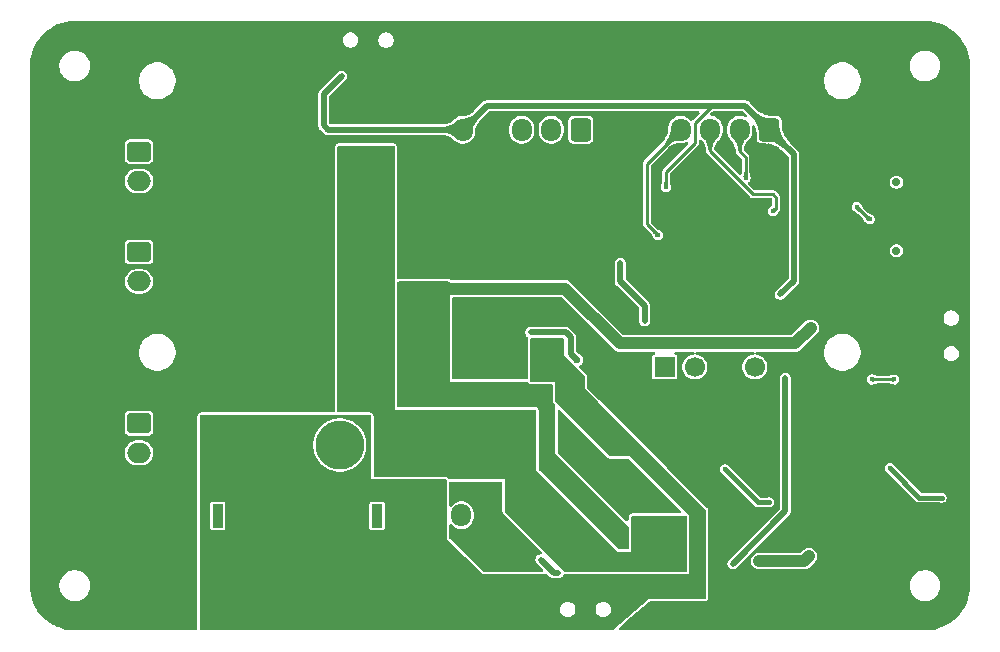
<source format=gbr>
%TF.GenerationSoftware,KiCad,Pcbnew,9.0.2*%
%TF.CreationDate,2025-12-02T02:07:46-05:00*%
%TF.ProjectId,VolleyBot,566f6c6c-6579-4426-9f74-2e6b69636164,rev?*%
%TF.SameCoordinates,Original*%
%TF.FileFunction,Copper,L2,Bot*%
%TF.FilePolarity,Positive*%
%FSLAX46Y46*%
G04 Gerber Fmt 4.6, Leading zero omitted, Abs format (unit mm)*
G04 Created by KiCad (PCBNEW 9.0.2) date 2025-12-02 02:07:46*
%MOMM*%
%LPD*%
G01*
G04 APERTURE LIST*
G04 Aperture macros list*
%AMRoundRect*
0 Rectangle with rounded corners*
0 $1 Rounding radius*
0 $2 $3 $4 $5 $6 $7 $8 $9 X,Y pos of 4 corners*
0 Add a 4 corners polygon primitive as box body*
4,1,4,$2,$3,$4,$5,$6,$7,$8,$9,$2,$3,0*
0 Add four circle primitives for the rounded corners*
1,1,$1+$1,$2,$3*
1,1,$1+$1,$4,$5*
1,1,$1+$1,$6,$7*
1,1,$1+$1,$8,$9*
0 Add four rect primitives between the rounded corners*
20,1,$1+$1,$2,$3,$4,$5,0*
20,1,$1+$1,$4,$5,$6,$7,0*
20,1,$1+$1,$6,$7,$8,$9,0*
20,1,$1+$1,$8,$9,$2,$3,0*%
G04 Aperture macros list end*
%TA.AperFunction,ComponentPad*%
%ADD10RoundRect,0.250000X-0.600000X-0.725000X0.600000X-0.725000X0.600000X0.725000X-0.600000X0.725000X0*%
%TD*%
%TA.AperFunction,ComponentPad*%
%ADD11O,1.700000X1.950000*%
%TD*%
%TA.AperFunction,ComponentPad*%
%ADD12R,1.700000X1.700000*%
%TD*%
%TA.AperFunction,ComponentPad*%
%ADD13C,1.700000*%
%TD*%
%TA.AperFunction,ComponentPad*%
%ADD14RoundRect,0.250000X0.600000X0.725000X-0.600000X0.725000X-0.600000X-0.725000X0.600000X-0.725000X0*%
%TD*%
%TA.AperFunction,ComponentPad*%
%ADD15R,0.900000X2.000000*%
%TD*%
%TA.AperFunction,ComponentPad*%
%ADD16RoundRect,1.025000X1.025000X1.025000X-1.025000X1.025000X-1.025000X-1.025000X1.025000X-1.025000X0*%
%TD*%
%TA.AperFunction,ComponentPad*%
%ADD17C,4.100000*%
%TD*%
%TA.AperFunction,ComponentPad*%
%ADD18RoundRect,0.250000X-0.750000X0.600000X-0.750000X-0.600000X0.750000X-0.600000X0.750000X0.600000X0*%
%TD*%
%TA.AperFunction,ComponentPad*%
%ADD19O,2.000000X1.700000*%
%TD*%
%TA.AperFunction,ComponentPad*%
%ADD20C,0.700000*%
%TD*%
%TA.AperFunction,ComponentPad*%
%ADD21O,2.000000X1.100000*%
%TD*%
%TA.AperFunction,ComponentPad*%
%ADD22O,1.800000X1.200000*%
%TD*%
%TA.AperFunction,ViaPad*%
%ADD23C,0.450000*%
%TD*%
%TA.AperFunction,ViaPad*%
%ADD24C,0.600000*%
%TD*%
%TA.AperFunction,Conductor*%
%ADD25C,0.254000*%
%TD*%
%TA.AperFunction,Conductor*%
%ADD26C,0.508000*%
%TD*%
%TA.AperFunction,Conductor*%
%ADD27C,0.406400*%
%TD*%
%TA.AperFunction,Conductor*%
%ADD28C,1.016000*%
%TD*%
G04 APERTURE END LIST*
D10*
%TO.P,J4,1,Pin_1*%
%TO.N,+BATT*%
X107750000Y-106305000D03*
D11*
%TO.P,J4,2,Pin_2*%
%TO.N,Net-(J4-Pin_2)*%
X110250000Y-106305000D03*
%TO.P,J4,3,Pin_3*%
%TO.N,-BATT*%
X112750000Y-106305000D03*
%TD*%
D12*
%TO.P,J1,1,Pin_1*%
%TO.N,/USART1_TX*%
X127460000Y-93750000D03*
D13*
%TO.P,J1,2,Pin_2*%
%TO.N,/USART1_RX*%
X130000000Y-93750000D03*
%TO.P,J1,3,Pin_3*%
%TO.N,-BATT*%
X132540000Y-93750000D03*
%TO.P,J1,4,Pin_4*%
%TO.N,/PI_POWER*%
X135080000Y-93750000D03*
%TD*%
D14*
%TO.P,J8,1,Pin_1*%
%TO.N,/GPIO_EXT5*%
X120350000Y-73650000D03*
D11*
%TO.P,J8,2,Pin_2*%
%TO.N,/I2C1_CLK*%
X117850000Y-73650000D03*
%TO.P,J8,3,Pin_3*%
%TO.N,/I2C1_SDA*%
X115350000Y-73650000D03*
%TO.P,J8,4,Pin_4*%
%TO.N,-BATT*%
X112850000Y-73650000D03*
%TO.P,J8,5,Pin_5*%
%TO.N,+3.3V*%
X110350000Y-73650000D03*
%TD*%
D15*
%TO.P,J3,*%
%TO.N,*%
X103100000Y-106350000D03*
X89600000Y-106350000D03*
D16*
%TO.P,J3,1,Pin_1*%
%TO.N,+BATT*%
X92750000Y-100350000D03*
D17*
%TO.P,J3,2,Pin_2*%
%TO.N,-BATT*%
X99950000Y-100350000D03*
%TD*%
D18*
%TO.P,J7,1,Pin_1*%
%TO.N,Net-(J7-Pin_1)*%
X82945000Y-98500000D03*
D19*
%TO.P,J7,2,Pin_2*%
%TO.N,Net-(J7-Pin_2)*%
X82945000Y-101000000D03*
%TD*%
D14*
%TO.P,J2,1,Pin_1*%
%TO.N,+3.3V*%
X136300000Y-73645000D03*
D11*
%TO.P,J2,2,Pin_2*%
%TO.N,/SWCLK*%
X133800000Y-73645000D03*
%TO.P,J2,3,Pin_3*%
%TO.N,/SWDIO*%
X131300000Y-73645000D03*
%TO.P,J2,4,Pin_4*%
%TO.N,/NRST*%
X128800000Y-73645000D03*
%TO.P,J2,5,Pin_5*%
%TO.N,-BATT*%
X126300000Y-73645000D03*
%TD*%
D18*
%TO.P,J6,1,Pin_1*%
%TO.N,Net-(J6-Pin_1)*%
X82945000Y-84000000D03*
D19*
%TO.P,J6,2,Pin_2*%
%TO.N,Net-(J6-Pin_2)*%
X82945000Y-86500000D03*
%TD*%
D18*
%TO.P,J5,1,Pin_1*%
%TO.N,Net-(J5-Pin_1)*%
X82945000Y-75500000D03*
D19*
%TO.P,J5,2,Pin_2*%
%TO.N,Net-(J5-Pin_2)*%
X82945000Y-78000000D03*
%TD*%
D20*
%TO.P,USB2,*%
%TO.N,*%
X147080000Y-83890000D03*
X147080000Y-78110000D03*
D21*
%TO.P,USB2,13,SHELL*%
%TO.N,-BATT*%
X146550000Y-85320000D03*
D22*
X150760000Y-85320000D03*
D21*
%TO.P,USB2,14,SHELL*%
X146550000Y-76680000D03*
D22*
X150760000Y-76680000D03*
%TD*%
D23*
%TO.N,-BATT*%
X127700000Y-86600000D03*
X139300000Y-79400000D03*
X134900000Y-87500000D03*
X111500000Y-105400000D03*
X114100000Y-107200000D03*
X114400000Y-110600000D03*
X112000000Y-109900000D03*
X111700000Y-88500000D03*
X110200000Y-88500000D03*
%TO.N,/BATT+_IN*%
X100900000Y-75400000D03*
X100900000Y-76400000D03*
X100800000Y-83000000D03*
X100800000Y-84100000D03*
X100200000Y-76400000D03*
X101600000Y-76400000D03*
X101600000Y-75400000D03*
X100200000Y-75400000D03*
X100200000Y-84100000D03*
X101400000Y-84100000D03*
X101400000Y-83000000D03*
X100200000Y-83000000D03*
%TO.N,VBUS*%
X106400000Y-93000000D03*
X105800000Y-93000000D03*
X105200000Y-93000000D03*
%TO.N,/BATT+_IN*%
X102800000Y-90600000D03*
X102200000Y-93000000D03*
X101600000Y-93000000D03*
X101000000Y-93000000D03*
X100400000Y-93000000D03*
X102800000Y-93000000D03*
X102800000Y-92400000D03*
X102800000Y-91800000D03*
X102800000Y-91200000D03*
%TO.N,+3.3V*%
X132550000Y-102400000D03*
X100100000Y-69125000D03*
X138400000Y-77700000D03*
X127550000Y-78500000D03*
X136300000Y-105200000D03*
X137250000Y-87600000D03*
X98575000Y-73275000D03*
%TO.N,+3.3VA*%
X125750000Y-89850000D03*
X123700000Y-84975000D03*
%TO.N,/NRST*%
X126900000Y-82602000D03*
%TO.N,/SWDIO*%
X136600000Y-80550000D03*
%TO.N,/SWCLK*%
X134300000Y-77700000D03*
%TO.N,+5V*%
X146900000Y-94800000D03*
X145000000Y-94800000D03*
%TO.N,-BATT*%
X115625000Y-78225000D03*
X118700000Y-98700000D03*
X127150000Y-105450000D03*
X137500000Y-86125000D03*
X132050000Y-109550000D03*
X128600000Y-90150000D03*
X122000000Y-83575000D03*
X120850000Y-81700000D03*
X133650000Y-115250000D03*
X120800000Y-80900000D03*
X142250000Y-105725000D03*
X126250000Y-105450000D03*
X133300000Y-75875000D03*
X120775000Y-79400000D03*
X136600000Y-109125000D03*
X118700000Y-100500000D03*
X134250000Y-111600000D03*
X121275000Y-78025000D03*
X129350000Y-113950000D03*
X126650000Y-77575000D03*
X123450000Y-89025000D03*
X126925000Y-90150000D03*
X132300000Y-87300000D03*
X126800000Y-113900000D03*
X136225000Y-113000000D03*
X121150000Y-82425000D03*
X131100000Y-104975000D03*
X152500000Y-109200000D03*
X143425000Y-112900000D03*
X115425000Y-89750000D03*
X145550000Y-104300000D03*
X143225000Y-105725000D03*
X120800000Y-78750000D03*
X121700000Y-93200000D03*
X128000000Y-105450000D03*
X131125000Y-103600000D03*
X123625000Y-83725000D03*
X122700000Y-83700000D03*
X121450000Y-83175000D03*
X141150000Y-105725000D03*
X129498000Y-77750000D03*
X132200000Y-103600000D03*
X120775000Y-80150000D03*
X137800000Y-88300000D03*
%TO.N,+BATT*%
X117700000Y-92300000D03*
X117100000Y-92300000D03*
X118300000Y-92300000D03*
%TO.N,/BATT+_IN*%
X128300000Y-108100000D03*
X128900000Y-107500000D03*
X128900000Y-108100000D03*
X128300000Y-107500000D03*
X128300000Y-106900000D03*
X139275000Y-110175000D03*
X135475000Y-110175000D03*
X128900000Y-106900000D03*
X135975000Y-110175000D03*
X139662500Y-109787500D03*
%TO.N,Net-(Q2-G)*%
X116946000Y-110054684D03*
X118450000Y-111150000D03*
%TO.N,Net-(U7-VBATM)*%
X116100000Y-90800000D03*
D24*
X120050000Y-93150000D03*
D23*
%TO.N,/5.55V*%
X146500000Y-102300000D03*
X150900000Y-104800000D03*
%TO.N,/USB_D+*%
X144800000Y-81250000D03*
X143700000Y-80200000D03*
%TO.N,VBUS*%
X112175000Y-95825000D03*
X117400000Y-102600000D03*
X117400000Y-101300000D03*
X139837500Y-90437500D03*
X117400000Y-100600000D03*
X133225000Y-110400000D03*
X117400000Y-98500000D03*
X108125000Y-94525000D03*
X117400000Y-102000000D03*
X139150000Y-91100000D03*
X124000000Y-107300000D03*
X124000000Y-108100000D03*
X124000000Y-108800000D03*
X138500000Y-91750000D03*
X117400000Y-99900000D03*
X137675000Y-94675000D03*
X117400000Y-97800000D03*
X117400000Y-99200000D03*
%TD*%
D25*
%TO.N,+3.3V*%
X127550000Y-77250000D02*
X130050000Y-74750000D01*
D26*
X98950000Y-73650000D02*
X98575000Y-73275000D01*
X100100000Y-69125000D02*
X98575000Y-70650000D01*
D27*
X135350000Y-105200000D02*
X136300000Y-105200000D01*
D26*
X110350000Y-73650000D02*
X98950000Y-73650000D01*
X138400000Y-77700000D02*
X138400000Y-75745000D01*
X138400000Y-86450000D02*
X138400000Y-77700000D01*
X112375000Y-71625000D02*
X134280000Y-71625000D01*
X98575000Y-70650000D02*
X98575000Y-73275000D01*
X110350000Y-73650000D02*
X112375000Y-71625000D01*
X134280000Y-71625000D02*
X136300000Y-73645000D01*
D25*
X130050000Y-74750000D02*
X130050000Y-73075000D01*
D27*
X132550000Y-102400000D02*
X135350000Y-105200000D01*
D25*
X130050000Y-73075000D02*
X131500000Y-71625000D01*
X127550000Y-78500000D02*
X127550000Y-77250000D01*
D26*
X137250000Y-87600000D02*
X138400000Y-86450000D01*
D25*
X131500000Y-71625000D02*
X134280000Y-71625000D01*
D26*
X138400000Y-75745000D02*
X136300000Y-73645000D01*
%TO.N,+3.3VA*%
X123700000Y-86500000D02*
X123700000Y-84975000D01*
X125750000Y-88550000D02*
X123700000Y-86500000D01*
X125750000Y-89850000D02*
X125750000Y-88550000D01*
D25*
%TO.N,/NRST*%
X125925000Y-81627000D02*
X125925000Y-76520000D01*
X126900000Y-82602000D02*
X125925000Y-81627000D01*
X125925000Y-76520000D02*
X128800000Y-73645000D01*
%TO.N,/SWDIO*%
X136900000Y-80250000D02*
X136900000Y-79400000D01*
X136900000Y-79400000D02*
X136600000Y-79100000D01*
X134917939Y-79100000D02*
X131300000Y-75482061D01*
X136600000Y-80550000D02*
X136900000Y-80250000D01*
X131300000Y-75482061D02*
X131300000Y-73645000D01*
X136600000Y-79100000D02*
X134917939Y-79100000D01*
%TO.N,/SWCLK*%
X134300000Y-77700000D02*
X134300000Y-76000000D01*
X133800000Y-75500000D02*
X133800000Y-73645000D01*
X134300000Y-76000000D02*
X133800000Y-75500000D01*
%TO.N,+5V*%
X145000000Y-94800000D02*
X146900000Y-94800000D01*
D28*
%TO.N,/BATT+_IN*%
X139275000Y-110175000D02*
X139662500Y-109787500D01*
X135475000Y-110175000D02*
X139275000Y-110175000D01*
D26*
%TO.N,Net-(Q2-G)*%
X118450000Y-111150000D02*
X118041316Y-111150000D01*
X118041316Y-111150000D02*
X116946000Y-110054684D01*
%TO.N,Net-(U7-VBATM)*%
X119525000Y-92625000D02*
X120050000Y-93150000D01*
X119525000Y-91225000D02*
X119525000Y-92625000D01*
X116100000Y-90800000D02*
X119100000Y-90800000D01*
X119100000Y-90800000D02*
X119525000Y-91225000D01*
D27*
%TO.N,/5.55V*%
X149000000Y-104800000D02*
X146500000Y-102300000D01*
X150900000Y-104800000D02*
X149000000Y-104800000D01*
D25*
%TO.N,/USB_D+*%
X144800000Y-81250000D02*
X144750000Y-81250000D01*
X144750000Y-81250000D02*
X143700000Y-80200000D01*
D28*
%TO.N,VBUS*%
X123675000Y-91750000D02*
X119025000Y-87100000D01*
D26*
X137675000Y-105950000D02*
X137675000Y-94675000D01*
D28*
X139837500Y-90437500D02*
X138525000Y-91750000D01*
X139812500Y-90437500D02*
X139837500Y-90437500D01*
X119025000Y-87100000D02*
X108525000Y-87100000D01*
X108525000Y-87100000D02*
X108500000Y-87125000D01*
D26*
X133225000Y-110400000D02*
X137675000Y-105950000D01*
D28*
X138500000Y-91750000D02*
X139812500Y-90437500D01*
X138525000Y-91750000D02*
X123675000Y-91750000D01*
%TD*%
%TA.AperFunction,Conductor*%
%TO.N,VBUS*%
G36*
X115871583Y-95018907D02*
G01*
X115900761Y-95052442D01*
X115905899Y-95062083D01*
X115905898Y-95062083D01*
X115905900Y-95062085D01*
X115951655Y-95114889D01*
X115951667Y-95114901D01*
X115969247Y-95132844D01*
X115969249Y-95132846D01*
X116049058Y-95177488D01*
X116049062Y-95177490D01*
X116116095Y-95197173D01*
X116116102Y-95197175D01*
X116174000Y-95205500D01*
X117895500Y-95205500D01*
X117953691Y-95224407D01*
X117989655Y-95273907D01*
X117994500Y-95304500D01*
X117994500Y-96598656D01*
X117995677Y-96620594D01*
X117995678Y-96620603D01*
X117998511Y-96646961D01*
X117998512Y-96646966D01*
X118022469Y-96723479D01*
X118055957Y-96784806D01*
X118091010Y-96831630D01*
X118171004Y-96911624D01*
X118198781Y-96966141D01*
X118200000Y-96981628D01*
X118200000Y-101050000D01*
X123700000Y-106550000D01*
X124365504Y-107215504D01*
X124393281Y-107270021D01*
X124394500Y-107285508D01*
X124394500Y-109095500D01*
X124375593Y-109153691D01*
X124326093Y-109189655D01*
X124295500Y-109194500D01*
X123626128Y-109194500D01*
X123567937Y-109175593D01*
X123556124Y-109165504D01*
X116834496Y-102443876D01*
X116806719Y-102389359D01*
X116805500Y-102373872D01*
X116805500Y-97474005D01*
X116805500Y-97474000D01*
X116800803Y-97430316D01*
X116789597Y-97378805D01*
X116787110Y-97368627D01*
X116744100Y-97287915D01*
X116698345Y-97235111D01*
X116680754Y-97217157D01*
X116680753Y-97217156D01*
X116680752Y-97217155D01*
X116680750Y-97217153D01*
X116600941Y-97172511D01*
X116600937Y-97172509D01*
X116533904Y-97152826D01*
X116533895Y-97152824D01*
X116487684Y-97146180D01*
X116476000Y-97144500D01*
X116475999Y-97144500D01*
X105600000Y-97144500D01*
X105600000Y-95000000D01*
X109250000Y-95000000D01*
X109250001Y-95000000D01*
X115813392Y-95000000D01*
X115871583Y-95018907D01*
G37*
%TD.AperFunction*%
%TD*%
%TA.AperFunction,Conductor*%
%TO.N,/BATT+_IN*%
G36*
X104543039Y-75019685D02*
G01*
X104588794Y-75072489D01*
X104600000Y-75124000D01*
X104600000Y-97350000D01*
X116476000Y-97350000D01*
X116543039Y-97369685D01*
X116588794Y-97422489D01*
X116600000Y-97474000D01*
X116600000Y-102500000D01*
X123500000Y-109400000D01*
X124600000Y-109400000D01*
X124600000Y-106474000D01*
X124619685Y-106406961D01*
X124672489Y-106361206D01*
X124724000Y-106350000D01*
X129208018Y-106350000D01*
X129237458Y-106358644D01*
X129267445Y-106365168D01*
X129272460Y-106368922D01*
X129275057Y-106369685D01*
X129295699Y-106386319D01*
X129308181Y-106398801D01*
X129341666Y-106460124D01*
X129344500Y-106486482D01*
X129344500Y-110970500D01*
X129324815Y-111037539D01*
X129272011Y-111083294D01*
X129220500Y-111094500D01*
X119095862Y-111094500D01*
X119028823Y-111074815D01*
X119008181Y-111058181D01*
X113936319Y-105986319D01*
X113902834Y-105924996D01*
X113900000Y-105898638D01*
X113900000Y-103250000D01*
X109262648Y-103250000D01*
X109195609Y-103230315D01*
X109162331Y-103198886D01*
X109125448Y-103148122D01*
X109101202Y-103120371D01*
X109022694Y-103073464D01*
X108964504Y-103054557D01*
X108901004Y-103044500D01*
X108901000Y-103044500D01*
X102929500Y-103044500D01*
X102862461Y-103024815D01*
X102816706Y-102972011D01*
X102805500Y-102920500D01*
X102805500Y-97899006D01*
X102805500Y-97899000D01*
X102802970Y-97866856D01*
X102798125Y-97836263D01*
X102797352Y-97831713D01*
X102761408Y-97747617D01*
X102725444Y-97698117D01*
X102701203Y-97670372D01*
X102701202Y-97670371D01*
X102622694Y-97623464D01*
X102564504Y-97604557D01*
X102501004Y-97594500D01*
X102501000Y-97594500D01*
X99874000Y-97594500D01*
X99806961Y-97574815D01*
X99761206Y-97522011D01*
X99750000Y-97470500D01*
X99750000Y-75124000D01*
X99769685Y-75056961D01*
X99822489Y-75011206D01*
X99874000Y-75000000D01*
X104476000Y-75000000D01*
X104543039Y-75019685D01*
G37*
%TD.AperFunction*%
%TD*%
%TA.AperFunction,Conductor*%
%TO.N,+BATT*%
G36*
X102559191Y-97818907D02*
G01*
X102595155Y-97868407D01*
X102600000Y-97899000D01*
X102600000Y-103250000D01*
X108901000Y-103250000D01*
X108959191Y-103268907D01*
X108995155Y-103318407D01*
X109000000Y-103349000D01*
X109000000Y-116049500D01*
X88199000Y-116049500D01*
X88140809Y-116030593D01*
X88104845Y-115981093D01*
X88100000Y-115950500D01*
X88100000Y-105330253D01*
X88949500Y-105330253D01*
X88949500Y-107369746D01*
X88949501Y-107369758D01*
X88961132Y-107428227D01*
X88961133Y-107428231D01*
X89005448Y-107494552D01*
X89071769Y-107538867D01*
X89116231Y-107547711D01*
X89130241Y-107550498D01*
X89130246Y-107550498D01*
X89130252Y-107550500D01*
X89130253Y-107550500D01*
X90069747Y-107550500D01*
X90069748Y-107550500D01*
X90128231Y-107538867D01*
X90194552Y-107494552D01*
X90238867Y-107428231D01*
X90250500Y-107369748D01*
X90250500Y-105330253D01*
X102449500Y-105330253D01*
X102449500Y-107369746D01*
X102449501Y-107369758D01*
X102461132Y-107428227D01*
X102461133Y-107428231D01*
X102505448Y-107494552D01*
X102571769Y-107538867D01*
X102616231Y-107547711D01*
X102630241Y-107550498D01*
X102630246Y-107550498D01*
X102630252Y-107550500D01*
X102630253Y-107550500D01*
X103569747Y-107550500D01*
X103569748Y-107550500D01*
X103628231Y-107538867D01*
X103694552Y-107494552D01*
X103738867Y-107428231D01*
X103750500Y-107369748D01*
X103750500Y-105330252D01*
X103738867Y-105271769D01*
X103694552Y-105205448D01*
X103694548Y-105205445D01*
X103628233Y-105161134D01*
X103628231Y-105161133D01*
X103628228Y-105161132D01*
X103628227Y-105161132D01*
X103569758Y-105149501D01*
X103569748Y-105149500D01*
X102630252Y-105149500D01*
X102630251Y-105149500D01*
X102630241Y-105149501D01*
X102571772Y-105161132D01*
X102571766Y-105161134D01*
X102505451Y-105205445D01*
X102505445Y-105205451D01*
X102461134Y-105271766D01*
X102461132Y-105271772D01*
X102449501Y-105330241D01*
X102449500Y-105330253D01*
X90250500Y-105330253D01*
X90250500Y-105330252D01*
X90238867Y-105271769D01*
X90194552Y-105205448D01*
X90194548Y-105205445D01*
X90128233Y-105161134D01*
X90128231Y-105161133D01*
X90128228Y-105161132D01*
X90128227Y-105161132D01*
X90069758Y-105149501D01*
X90069748Y-105149500D01*
X89130252Y-105149500D01*
X89130251Y-105149500D01*
X89130241Y-105149501D01*
X89071772Y-105161132D01*
X89071766Y-105161134D01*
X89005451Y-105205445D01*
X89005445Y-105205451D01*
X88961134Y-105271766D01*
X88961132Y-105271772D01*
X88949501Y-105330241D01*
X88949500Y-105330253D01*
X88100000Y-105330253D01*
X88100000Y-100202494D01*
X97699500Y-100202494D01*
X97699500Y-100497506D01*
X97738007Y-100789993D01*
X97796470Y-101008183D01*
X97814361Y-101074953D01*
X97927253Y-101347499D01*
X97927255Y-101347503D01*
X97927257Y-101347507D01*
X98074762Y-101602994D01*
X98074764Y-101602997D01*
X98254348Y-101837035D01*
X98254350Y-101837037D01*
X98254354Y-101837042D01*
X98462958Y-102045646D01*
X98462962Y-102045649D01*
X98462964Y-102045651D01*
X98697002Y-102225235D01*
X98697006Y-102225238D01*
X98952493Y-102372743D01*
X99225048Y-102485639D01*
X99510007Y-102561993D01*
X99802494Y-102600500D01*
X99802495Y-102600500D01*
X100097505Y-102600500D01*
X100097506Y-102600500D01*
X100389993Y-102561993D01*
X100674952Y-102485639D01*
X100947507Y-102372743D01*
X101202994Y-102225238D01*
X101437042Y-102045646D01*
X101645646Y-101837042D01*
X101825238Y-101602994D01*
X101972743Y-101347507D01*
X102085639Y-101074952D01*
X102161993Y-100789993D01*
X102200500Y-100497506D01*
X102200500Y-100202494D01*
X102161993Y-99910007D01*
X102085639Y-99625048D01*
X101972743Y-99352493D01*
X101825238Y-99097006D01*
X101645646Y-98862958D01*
X101437042Y-98654354D01*
X101437037Y-98654350D01*
X101437035Y-98654348D01*
X101202997Y-98474764D01*
X101202994Y-98474762D01*
X100947507Y-98327257D01*
X100947503Y-98327255D01*
X100947499Y-98327253D01*
X100674953Y-98214361D01*
X100608183Y-98196470D01*
X100389993Y-98138007D01*
X100389986Y-98138006D01*
X100097506Y-98099500D01*
X99802494Y-98099500D01*
X99802493Y-98099500D01*
X99510013Y-98138006D01*
X99510011Y-98138006D01*
X99510007Y-98138007D01*
X99358584Y-98178580D01*
X99225046Y-98214361D01*
X98952500Y-98327253D01*
X98697002Y-98474764D01*
X98462964Y-98654348D01*
X98254348Y-98862964D01*
X98074764Y-99097002D01*
X97927253Y-99352500D01*
X97814361Y-99625046D01*
X97778580Y-99758584D01*
X97738007Y-99910007D01*
X97699500Y-100202494D01*
X88100000Y-100202494D01*
X88100000Y-97899000D01*
X88118907Y-97840809D01*
X88168407Y-97804845D01*
X88199000Y-97800000D01*
X102501000Y-97800000D01*
X102559191Y-97818907D01*
G37*
%TD.AperFunction*%
%TD*%
%TA.AperFunction,Conductor*%
%TO.N,VBUS*%
G36*
X109193039Y-86519685D02*
G01*
X109238794Y-86572489D01*
X109250000Y-86624000D01*
X109250000Y-95000000D01*
X105600000Y-95000000D01*
X105600000Y-97144500D01*
X104929500Y-97144500D01*
X104862461Y-97124815D01*
X104816706Y-97072011D01*
X104805500Y-97020500D01*
X104805500Y-86624000D01*
X104825185Y-86556961D01*
X104877989Y-86511206D01*
X104929500Y-86500000D01*
X109126000Y-86500000D01*
X109193039Y-86519685D01*
G37*
%TD.AperFunction*%
%TD*%
%TA.AperFunction,Conductor*%
%TO.N,-BATT*%
G36*
X134107417Y-72099185D02*
G01*
X134128059Y-72115819D01*
X134375244Y-72363004D01*
X134408729Y-72424327D01*
X134403745Y-72494019D01*
X134361873Y-72549952D01*
X134296409Y-72574369D01*
X134240111Y-72565246D01*
X134106424Y-72509871D01*
X134106412Y-72509868D01*
X133903469Y-72469500D01*
X133903465Y-72469500D01*
X133696535Y-72469500D01*
X133696530Y-72469500D01*
X133493587Y-72509868D01*
X133493579Y-72509870D01*
X133302403Y-72589058D01*
X133130342Y-72704024D01*
X132984024Y-72850342D01*
X132869058Y-73022403D01*
X132789870Y-73213579D01*
X132789868Y-73213587D01*
X132749500Y-73416530D01*
X132749500Y-73873469D01*
X132789868Y-74076412D01*
X132789870Y-74076420D01*
X132853696Y-74230510D01*
X132869059Y-74267598D01*
X132877999Y-74280978D01*
X132984024Y-74439657D01*
X133130339Y-74585972D01*
X133130346Y-74585978D01*
X133173483Y-74614801D01*
X133180586Y-74622097D01*
X133186640Y-74624929D01*
X133209506Y-74651804D01*
X133255043Y-74724089D01*
X133256977Y-74727159D01*
X133265322Y-74742780D01*
X133354728Y-74943414D01*
X133360247Y-74958293D01*
X133431885Y-75197364D01*
X133434899Y-75209684D01*
X133454644Y-75313016D01*
X133456160Y-75323247D01*
X133465989Y-75416182D01*
X133466627Y-75425715D01*
X133467260Y-75448104D01*
X133467261Y-75448106D01*
X133469577Y-75458583D01*
X133472500Y-75485347D01*
X133472500Y-75543116D01*
X133494819Y-75626410D01*
X133528741Y-75685166D01*
X133537934Y-75701088D01*
X133537936Y-75701091D01*
X133936181Y-76099336D01*
X133969666Y-76160659D01*
X133972500Y-76187017D01*
X133972500Y-77218647D01*
X133971984Y-77229951D01*
X133971103Y-77239573D01*
X133967201Y-77255059D01*
X133964137Y-77315671D01*
X133963906Y-77318197D01*
X133963557Y-77319077D01*
X133962263Y-77329929D01*
X133958566Y-77349483D01*
X133953813Y-77367270D01*
X133939899Y-77407178D01*
X133899241Y-77464000D01*
X133834317Y-77489820D01*
X133765740Y-77476441D01*
X133735130Y-77454036D01*
X131683873Y-75402779D01*
X131683079Y-75401325D01*
X131681646Y-75400494D01*
X131666395Y-75370772D01*
X131650388Y-75341456D01*
X131650263Y-75339330D01*
X131649750Y-75338330D01*
X131648138Y-75303080D01*
X131648694Y-75297366D01*
X131651749Y-75279575D01*
X131710109Y-75044137D01*
X131713660Y-75032355D01*
X131755385Y-74915330D01*
X131758656Y-74907100D01*
X131760667Y-74902525D01*
X131810564Y-74788968D01*
X131814765Y-74780333D01*
X131865584Y-74685411D01*
X131871140Y-74676050D01*
X131882123Y-74659268D01*
X131885499Y-74654109D01*
X131920362Y-74618912D01*
X131969655Y-74585977D01*
X132115977Y-74439655D01*
X132230941Y-74267598D01*
X132310130Y-74076420D01*
X132350500Y-73873465D01*
X132350500Y-73416535D01*
X132310130Y-73213580D01*
X132230941Y-73022402D01*
X132115977Y-72850345D01*
X132115975Y-72850342D01*
X131969657Y-72704024D01*
X131883626Y-72646541D01*
X131797598Y-72589059D01*
X131762133Y-72574369D01*
X131606420Y-72509870D01*
X131606412Y-72509868D01*
X131397490Y-72468311D01*
X131397807Y-72466716D01*
X131390078Y-72463595D01*
X131373924Y-72462440D01*
X131358348Y-72450779D01*
X131340309Y-72443494D01*
X131330954Y-72430272D01*
X131317991Y-72420568D01*
X131311192Y-72402340D01*
X131299954Y-72386456D01*
X131299232Y-72370275D01*
X131293574Y-72355104D01*
X131297709Y-72336094D01*
X131296843Y-72316655D01*
X131305140Y-72301932D01*
X131308426Y-72286831D01*
X131329572Y-72258582D01*
X131472338Y-72115816D01*
X131533659Y-72082334D01*
X131560017Y-72079500D01*
X134040378Y-72079500D01*
X134107417Y-72099185D01*
G37*
%TD.AperFunction*%
%TA.AperFunction,Conductor*%
G36*
X149503032Y-64450649D02*
G01*
X149567797Y-64453830D01*
X149866338Y-64468497D01*
X149878440Y-64469689D01*
X150235230Y-64522613D01*
X150247140Y-64524982D01*
X150597046Y-64612629D01*
X150608663Y-64616154D01*
X150948275Y-64737669D01*
X150959497Y-64742317D01*
X151285582Y-64896543D01*
X151296290Y-64902267D01*
X151484308Y-65014961D01*
X151605659Y-65087696D01*
X151615777Y-65094456D01*
X151905488Y-65309321D01*
X151914894Y-65317041D01*
X152182146Y-65559264D01*
X152190735Y-65567853D01*
X152394324Y-65792479D01*
X152432958Y-65835105D01*
X152440678Y-65844511D01*
X152655543Y-66134222D01*
X152662303Y-66144340D01*
X152790440Y-66358124D01*
X152847725Y-66453697D01*
X152853460Y-66464425D01*
X152853577Y-66464672D01*
X153007679Y-66790495D01*
X153012334Y-66801734D01*
X153099297Y-67044780D01*
X153133840Y-67141319D01*
X153137373Y-67152964D01*
X153225014Y-67502846D01*
X153227388Y-67514782D01*
X153280309Y-67871555D01*
X153281502Y-67883664D01*
X153299351Y-68246967D01*
X153299500Y-68253052D01*
X153299500Y-112246947D01*
X153299351Y-112253032D01*
X153281502Y-112616335D01*
X153280309Y-112628444D01*
X153227388Y-112985217D01*
X153225014Y-112997153D01*
X153137373Y-113347035D01*
X153133840Y-113358680D01*
X153012335Y-113698262D01*
X153007679Y-113709504D01*
X152853462Y-114035570D01*
X152847725Y-114046302D01*
X152662303Y-114355659D01*
X152655543Y-114365777D01*
X152440678Y-114655488D01*
X152432958Y-114664894D01*
X152190743Y-114932138D01*
X152182138Y-114940743D01*
X151914894Y-115182958D01*
X151905488Y-115190678D01*
X151615777Y-115405543D01*
X151605659Y-115412303D01*
X151296302Y-115597725D01*
X151285570Y-115603462D01*
X150959504Y-115757679D01*
X150948262Y-115762335D01*
X150608680Y-115883840D01*
X150597035Y-115887373D01*
X150247153Y-115975014D01*
X150235217Y-115977388D01*
X149878444Y-116030309D01*
X149866335Y-116031502D01*
X149503033Y-116049351D01*
X149496948Y-116049500D01*
X123672141Y-116049500D01*
X123605102Y-116029815D01*
X123559347Y-115977011D01*
X123549403Y-115907853D01*
X123578428Y-115844297D01*
X123591158Y-115831597D01*
X123855688Y-115603462D01*
X124634108Y-114932138D01*
X126166475Y-113610597D01*
X126230098Y-113581721D01*
X126247458Y-113580500D01*
X130825991Y-113580500D01*
X130826000Y-113580500D01*
X130869684Y-113575803D01*
X130898875Y-113569452D01*
X130921174Y-113564602D01*
X130921190Y-113564598D01*
X130921195Y-113564597D01*
X130931373Y-113562110D01*
X131012085Y-113519100D01*
X131064889Y-113473345D01*
X131082843Y-113455754D01*
X131127490Y-113375937D01*
X131147175Y-113308898D01*
X131155500Y-113251000D01*
X131155500Y-112147648D01*
X148199500Y-112147648D01*
X148199500Y-112352351D01*
X148231522Y-112554534D01*
X148294781Y-112749223D01*
X148387715Y-112931613D01*
X148508028Y-113097213D01*
X148652786Y-113241971D01*
X148797397Y-113347035D01*
X148818390Y-113362287D01*
X148934607Y-113421503D01*
X149000776Y-113455218D01*
X149000778Y-113455218D01*
X149000781Y-113455220D01*
X149105137Y-113489127D01*
X149195465Y-113518477D01*
X149296557Y-113534488D01*
X149397648Y-113550500D01*
X149397649Y-113550500D01*
X149602351Y-113550500D01*
X149602352Y-113550500D01*
X149804534Y-113518477D01*
X149999219Y-113455220D01*
X150181610Y-113362287D01*
X150334785Y-113251000D01*
X150347213Y-113241971D01*
X150347215Y-113241968D01*
X150347219Y-113241966D01*
X150491966Y-113097219D01*
X150491968Y-113097215D01*
X150491971Y-113097213D01*
X150544732Y-113024590D01*
X150612287Y-112931610D01*
X150705220Y-112749219D01*
X150768477Y-112554534D01*
X150800500Y-112352352D01*
X150800500Y-112147648D01*
X150768477Y-111945466D01*
X150705220Y-111750781D01*
X150705218Y-111750778D01*
X150705218Y-111750776D01*
X150671503Y-111684607D01*
X150612287Y-111568390D01*
X150604556Y-111557749D01*
X150491971Y-111402786D01*
X150347213Y-111258028D01*
X150181613Y-111137715D01*
X150181612Y-111137714D01*
X150181610Y-111137713D01*
X150096180Y-111094184D01*
X149999223Y-111044781D01*
X149804534Y-110981522D01*
X149629995Y-110953878D01*
X149602352Y-110949500D01*
X149397648Y-110949500D01*
X149373329Y-110953351D01*
X149195465Y-110981522D01*
X149000776Y-111044781D01*
X148818386Y-111137715D01*
X148652786Y-111258028D01*
X148508028Y-111402786D01*
X148387715Y-111568386D01*
X148294781Y-111750776D01*
X148231522Y-111945465D01*
X148199500Y-112147648D01*
X131155500Y-112147648D01*
X131155500Y-110340164D01*
X132770499Y-110340164D01*
X132770499Y-110459836D01*
X132801473Y-110575430D01*
X132861310Y-110679070D01*
X132945930Y-110763690D01*
X133049570Y-110823527D01*
X133165164Y-110854501D01*
X133165166Y-110854501D01*
X133284834Y-110854501D01*
X133284836Y-110854501D01*
X133400430Y-110823527D01*
X133504070Y-110763690D01*
X134162546Y-110105214D01*
X134766500Y-110105214D01*
X134766500Y-110244785D01*
X134793725Y-110381654D01*
X134793727Y-110381662D01*
X134847134Y-110510597D01*
X134847139Y-110510607D01*
X134924671Y-110626641D01*
X134924674Y-110626645D01*
X135023354Y-110725325D01*
X135023358Y-110725328D01*
X135139392Y-110802860D01*
X135139396Y-110802862D01*
X135139399Y-110802864D01*
X135268338Y-110856273D01*
X135401795Y-110882819D01*
X135405214Y-110883499D01*
X135405218Y-110883500D01*
X135405219Y-110883500D01*
X139344783Y-110883500D01*
X139344783Y-110883499D01*
X139415009Y-110869531D01*
X139481662Y-110856273D01*
X139519427Y-110840630D01*
X139610601Y-110802865D01*
X139726643Y-110725328D01*
X140212828Y-110239142D01*
X140290365Y-110123100D01*
X140343773Y-109994161D01*
X140371000Y-109857281D01*
X140371000Y-109717718D01*
X140371000Y-109717715D01*
X140370999Y-109717713D01*
X140343775Y-109580846D01*
X140343772Y-109580837D01*
X140307690Y-109493727D01*
X140290365Y-109451899D01*
X140290363Y-109451897D01*
X140290363Y-109451895D01*
X140212828Y-109335857D01*
X140212825Y-109335853D01*
X140114146Y-109237174D01*
X140114142Y-109237171D01*
X139998104Y-109159636D01*
X139998101Y-109159635D01*
X139869162Y-109106227D01*
X139869153Y-109106224D01*
X139732285Y-109079000D01*
X139732282Y-109079000D01*
X139592719Y-109079000D01*
X139592714Y-109079000D01*
X139455846Y-109106225D01*
X139455834Y-109106228D01*
X139326906Y-109159631D01*
X139326893Y-109159638D01*
X139210858Y-109237171D01*
X139210854Y-109237174D01*
X139017849Y-109430181D01*
X138956526Y-109463666D01*
X138930168Y-109466500D01*
X135405214Y-109466500D01*
X135268345Y-109493725D01*
X135268337Y-109493727D01*
X135139402Y-109547134D01*
X135139392Y-109547139D01*
X135023358Y-109624671D01*
X135023354Y-109624674D01*
X134924674Y-109723354D01*
X134924671Y-109723358D01*
X134847139Y-109839392D01*
X134847134Y-109839402D01*
X134793727Y-109968337D01*
X134793725Y-109968345D01*
X134766500Y-110105214D01*
X134162546Y-110105214D01*
X137943860Y-106323898D01*
X137943865Y-106323895D01*
X137954068Y-106313691D01*
X137954070Y-106313691D01*
X138038691Y-106229070D01*
X138098527Y-106125431D01*
X138129500Y-106009836D01*
X138129500Y-102243982D01*
X146074500Y-102243982D01*
X146074500Y-102356018D01*
X146103497Y-102464237D01*
X146159515Y-102561263D01*
X146238737Y-102640485D01*
X146297545Y-102674437D01*
X146323225Y-102694143D01*
X148672618Y-105043536D01*
X148672628Y-105043547D01*
X148676958Y-105047877D01*
X148676959Y-105047878D01*
X148752122Y-105123041D01*
X148844177Y-105176189D01*
X148844181Y-105176190D01*
X148844185Y-105176192D01*
X148856982Y-105179620D01*
X148856985Y-105179620D01*
X148865875Y-105182002D01*
X148946852Y-105203701D01*
X149053148Y-105203701D01*
X149053152Y-105203700D01*
X150746298Y-105203700D01*
X150778390Y-105207924D01*
X150843982Y-105225500D01*
X150843984Y-105225500D01*
X150956016Y-105225500D01*
X150956018Y-105225500D01*
X151064237Y-105196503D01*
X151161263Y-105140485D01*
X151240485Y-105061263D01*
X151296503Y-104964237D01*
X151325500Y-104856018D01*
X151325500Y-104743982D01*
X151296503Y-104635763D01*
X151240485Y-104538737D01*
X151161263Y-104459515D01*
X151064237Y-104403497D01*
X150956018Y-104374500D01*
X150843982Y-104374500D01*
X150778391Y-104392075D01*
X150746298Y-104396300D01*
X149218580Y-104396300D01*
X149151541Y-104376615D01*
X149130899Y-104359981D01*
X146894143Y-102123225D01*
X146874436Y-102097543D01*
X146852481Y-102059515D01*
X146840485Y-102038737D01*
X146761263Y-101959515D01*
X146664237Y-101903497D01*
X146556018Y-101874500D01*
X146443982Y-101874500D01*
X146335763Y-101903497D01*
X146335760Y-101903498D01*
X146238740Y-101959513D01*
X146238734Y-101959517D01*
X146159517Y-102038734D01*
X146159513Y-102038740D01*
X146103498Y-102135760D01*
X146103497Y-102135763D01*
X146074500Y-102243982D01*
X138129500Y-102243982D01*
X138129500Y-94743982D01*
X144574500Y-94743982D01*
X144574500Y-94856018D01*
X144603497Y-94964237D01*
X144659515Y-95061263D01*
X144738737Y-95140485D01*
X144835763Y-95196503D01*
X144943982Y-95225500D01*
X144943984Y-95225500D01*
X145056016Y-95225500D01*
X145056018Y-95225500D01*
X145089071Y-95216643D01*
X145113011Y-95214619D01*
X145254721Y-95173756D01*
X145263586Y-95170981D01*
X145264586Y-95170643D01*
X145273295Y-95167479D01*
X145285553Y-95162709D01*
X145324827Y-95149887D01*
X145335978Y-95146248D01*
X145363482Y-95140613D01*
X145453204Y-95132640D01*
X145456482Y-95131757D01*
X145488697Y-95127500D01*
X146418649Y-95127500D01*
X146429950Y-95128016D01*
X146439575Y-95128896D01*
X146455061Y-95132799D01*
X146515685Y-95135862D01*
X146518205Y-95136093D01*
X146519084Y-95136441D01*
X146529929Y-95137733D01*
X146549464Y-95141426D01*
X146567249Y-95146178D01*
X146614071Y-95162502D01*
X146615393Y-95162973D01*
X146683708Y-95187793D01*
X146693408Y-95191046D01*
X146694522Y-95191389D01*
X146704391Y-95194160D01*
X146793603Y-95216826D01*
X146798584Y-95218026D01*
X146799133Y-95218151D01*
X146800085Y-95218166D01*
X146802327Y-95218202D01*
X146832456Y-95222412D01*
X146843978Y-95225499D01*
X146843982Y-95225500D01*
X146956016Y-95225500D01*
X146956018Y-95225500D01*
X147064237Y-95196503D01*
X147161263Y-95140485D01*
X147240485Y-95061263D01*
X147296503Y-94964237D01*
X147325500Y-94856018D01*
X147325500Y-94743982D01*
X147296503Y-94635763D01*
X147240485Y-94538737D01*
X147161263Y-94459515D01*
X147092227Y-94419657D01*
X147064239Y-94403498D01*
X147064238Y-94403497D01*
X147064237Y-94403497D01*
X146956018Y-94374500D01*
X146843982Y-94374500D01*
X146843979Y-94374500D01*
X146822027Y-94380382D01*
X146821958Y-94380400D01*
X146810933Y-94383355D01*
X146786988Y-94385380D01*
X146645255Y-94426249D01*
X146636468Y-94428997D01*
X146635520Y-94429317D01*
X146626728Y-94432510D01*
X146614458Y-94437284D01*
X146608463Y-94439240D01*
X146608434Y-94439249D01*
X146564014Y-94453750D01*
X146536511Y-94459385D01*
X146446804Y-94467357D01*
X146446789Y-94467360D01*
X146443517Y-94468241D01*
X146411298Y-94472500D01*
X145481354Y-94472500D01*
X145470052Y-94471984D01*
X145460427Y-94471103D01*
X145444938Y-94467200D01*
X145384320Y-94464137D01*
X145381796Y-94463906D01*
X145380915Y-94463557D01*
X145370061Y-94462263D01*
X145350524Y-94458569D01*
X145332738Y-94453816D01*
X145285969Y-94437510D01*
X145284450Y-94436969D01*
X145216283Y-94412203D01*
X145211521Y-94410607D01*
X145206514Y-94408929D01*
X145205405Y-94408588D01*
X145205028Y-94408482D01*
X145195608Y-94405838D01*
X145106370Y-94383166D01*
X145101132Y-94381908D01*
X145101120Y-94381905D01*
X145100603Y-94381788D01*
X145100602Y-94381787D01*
X145100598Y-94381787D01*
X145100597Y-94381787D01*
X145097517Y-94381740D01*
X145067330Y-94377530D01*
X145056025Y-94374501D01*
X145056019Y-94374500D01*
X145056018Y-94374500D01*
X144943982Y-94374500D01*
X144835763Y-94403497D01*
X144835760Y-94403498D01*
X144738740Y-94459513D01*
X144738734Y-94459517D01*
X144659517Y-94538734D01*
X144659513Y-94538740D01*
X144603498Y-94635760D01*
X144603497Y-94635763D01*
X144574500Y-94743982D01*
X138129500Y-94743982D01*
X138129500Y-94615164D01*
X138098527Y-94499569D01*
X138038691Y-94395930D01*
X137954070Y-94311309D01*
X137850431Y-94251473D01*
X137734836Y-94220500D01*
X137615164Y-94220500D01*
X137499569Y-94251473D01*
X137499566Y-94251474D01*
X137395933Y-94311307D01*
X137395927Y-94311311D01*
X137311311Y-94395927D01*
X137311307Y-94395933D01*
X137251474Y-94499566D01*
X137251473Y-94499569D01*
X137220500Y-94615164D01*
X137220500Y-105710378D01*
X137200815Y-105777417D01*
X137184181Y-105798059D01*
X132861312Y-110120927D01*
X132861310Y-110120930D01*
X132801473Y-110224569D01*
X132796057Y-110244781D01*
X132770499Y-110340164D01*
X131155500Y-110340164D01*
X131155500Y-105901362D01*
X131154322Y-105879393D01*
X131151488Y-105853035D01*
X131127529Y-105776518D01*
X131094044Y-105715195D01*
X131058991Y-105668371D01*
X127734602Y-102343982D01*
X132124500Y-102343982D01*
X132124500Y-102456018D01*
X132153497Y-102564237D01*
X132209515Y-102661263D01*
X132288737Y-102740485D01*
X132347545Y-102774437D01*
X132373225Y-102794143D01*
X135022618Y-105443536D01*
X135022628Y-105443547D01*
X135026958Y-105447877D01*
X135026959Y-105447878D01*
X135102122Y-105523041D01*
X135194177Y-105576189D01*
X135194181Y-105576190D01*
X135194185Y-105576192D01*
X135206982Y-105579620D01*
X135206985Y-105579620D01*
X135215875Y-105582002D01*
X135296852Y-105603701D01*
X135403148Y-105603701D01*
X135403152Y-105603700D01*
X136146298Y-105603700D01*
X136178390Y-105607924D01*
X136243982Y-105625500D01*
X136243984Y-105625500D01*
X136356016Y-105625500D01*
X136356018Y-105625500D01*
X136464237Y-105596503D01*
X136561263Y-105540485D01*
X136640485Y-105461263D01*
X136696503Y-105364237D01*
X136725500Y-105256018D01*
X136725500Y-105143982D01*
X136696503Y-105035763D01*
X136640485Y-104938737D01*
X136561263Y-104859515D01*
X136464237Y-104803497D01*
X136356018Y-104774500D01*
X136243982Y-104774500D01*
X136178391Y-104792075D01*
X136146298Y-104796300D01*
X135568580Y-104796300D01*
X135501541Y-104776615D01*
X135480899Y-104759981D01*
X132944143Y-102223225D01*
X132924436Y-102197543D01*
X132920745Y-102191150D01*
X132890485Y-102138737D01*
X132811263Y-102059515D01*
X132746579Y-102022169D01*
X132714239Y-102003498D01*
X132714238Y-102003497D01*
X132714237Y-102003497D01*
X132606018Y-101974500D01*
X132493982Y-101974500D01*
X132385763Y-102003497D01*
X132385760Y-102003498D01*
X132288740Y-102059513D01*
X132288734Y-102059517D01*
X132209517Y-102138734D01*
X132209513Y-102138740D01*
X132153498Y-102235760D01*
X132153497Y-102235763D01*
X132124500Y-102343982D01*
X127734602Y-102343982D01*
X121934218Y-96543598D01*
X121933249Y-96542619D01*
X120915850Y-95502357D01*
X120883048Y-95440665D01*
X120880500Y-95415655D01*
X120880500Y-94551361D01*
X120879321Y-94529381D01*
X120876488Y-94503034D01*
X120876487Y-94503029D01*
X120863721Y-94462263D01*
X120852529Y-94426518D01*
X120819044Y-94365195D01*
X120783991Y-94318371D01*
X120255274Y-93789654D01*
X120221789Y-93728331D01*
X120226773Y-93658639D01*
X120268645Y-93602706D01*
X120280955Y-93594586D01*
X120357314Y-93550500D01*
X120450500Y-93457314D01*
X120516392Y-93343186D01*
X120550500Y-93215892D01*
X120550500Y-93084108D01*
X120516392Y-92956814D01*
X120450500Y-92842686D01*
X120357314Y-92749500D01*
X120357313Y-92749499D01*
X120353144Y-92747092D01*
X120342288Y-92740043D01*
X120332878Y-92733210D01*
X120326638Y-92726588D01*
X120179495Y-92621825D01*
X120179034Y-92621490D01*
X120178852Y-92621255D01*
X120167801Y-92612281D01*
X120075411Y-92527003D01*
X120071096Y-92522820D01*
X120045982Y-92497270D01*
X120045797Y-92497063D01*
X120042332Y-92493556D01*
X120042332Y-92493555D01*
X120040428Y-92491629D01*
X120040423Y-92491624D01*
X120015290Y-92466185D01*
X119982177Y-92404660D01*
X119979500Y-92379036D01*
X119979500Y-91294838D01*
X119979501Y-91294825D01*
X119979501Y-91165165D01*
X119979333Y-91164539D01*
X119951660Y-91061263D01*
X119948527Y-91049569D01*
X119888691Y-90945930D01*
X119804070Y-90861309D01*
X119804069Y-90861308D01*
X119799739Y-90856978D01*
X119799728Y-90856968D01*
X119470761Y-90528001D01*
X119470759Y-90527998D01*
X119379072Y-90436311D01*
X119379070Y-90436309D01*
X119275433Y-90376474D01*
X119275432Y-90376473D01*
X119251943Y-90370179D01*
X119251939Y-90370178D01*
X119242760Y-90367719D01*
X119159836Y-90345499D01*
X119040164Y-90345499D01*
X119040160Y-90345500D01*
X116040164Y-90345500D01*
X115924569Y-90376473D01*
X115924566Y-90376474D01*
X115820933Y-90436307D01*
X115820927Y-90436311D01*
X115736311Y-90520927D01*
X115736307Y-90520933D01*
X115676474Y-90624566D01*
X115676473Y-90624569D01*
X115645500Y-90740164D01*
X115645500Y-90859836D01*
X115676473Y-90975431D01*
X115736309Y-91079070D01*
X115820930Y-91163691D01*
X115820933Y-91163693D01*
X115822036Y-91164539D01*
X115822734Y-91165495D01*
X115826677Y-91169438D01*
X115826062Y-91170052D01*
X115863238Y-91220967D01*
X115867392Y-91290714D01*
X115865525Y-91297850D01*
X115852826Y-91341094D01*
X115844500Y-91399003D01*
X115844500Y-94670500D01*
X115824815Y-94737539D01*
X115772011Y-94783294D01*
X115720500Y-94794500D01*
X109579500Y-94794500D01*
X109512461Y-94774815D01*
X109466706Y-94722011D01*
X109455500Y-94670500D01*
X109455500Y-87932500D01*
X109475185Y-87865461D01*
X109527989Y-87819706D01*
X109579500Y-87808500D01*
X118680167Y-87808500D01*
X118747206Y-87828185D01*
X118767848Y-87844819D01*
X123223353Y-92300325D01*
X123223357Y-92300328D01*
X123339394Y-92377862D01*
X123339395Y-92377862D01*
X123339399Y-92377865D01*
X123417599Y-92410256D01*
X123468338Y-92431273D01*
X123536778Y-92444886D01*
X123585235Y-92454525D01*
X123605217Y-92458500D01*
X126542846Y-92458500D01*
X126609885Y-92478185D01*
X126655640Y-92530989D01*
X126665584Y-92600147D01*
X126636559Y-92663703D01*
X126577781Y-92701477D01*
X126567037Y-92704117D01*
X126531770Y-92711131D01*
X126531769Y-92711132D01*
X126465447Y-92755447D01*
X126421132Y-92821769D01*
X126421131Y-92821770D01*
X126409500Y-92880247D01*
X126409500Y-94619752D01*
X126421131Y-94678229D01*
X126421132Y-94678230D01*
X126465447Y-94744552D01*
X126531769Y-94788867D01*
X126531770Y-94788868D01*
X126590247Y-94800499D01*
X126590250Y-94800500D01*
X126590252Y-94800500D01*
X128329750Y-94800500D01*
X128329751Y-94800499D01*
X128344568Y-94797552D01*
X128388229Y-94788868D01*
X128388229Y-94788867D01*
X128388231Y-94788867D01*
X128454552Y-94744552D01*
X128498867Y-94678231D01*
X128498867Y-94678229D01*
X128498868Y-94678229D01*
X128510499Y-94619752D01*
X128510500Y-94619750D01*
X128510500Y-92880249D01*
X128510499Y-92880247D01*
X128498868Y-92821770D01*
X128498867Y-92821769D01*
X128454552Y-92755447D01*
X128388230Y-92711132D01*
X128388229Y-92711131D01*
X128352963Y-92704117D01*
X128291052Y-92671732D01*
X128256478Y-92611017D01*
X128260217Y-92541247D01*
X128301084Y-92484575D01*
X128366102Y-92458994D01*
X128377154Y-92458500D01*
X129849130Y-92458500D01*
X129916169Y-92478185D01*
X129961924Y-92530989D01*
X129971868Y-92600147D01*
X129942843Y-92663703D01*
X129884065Y-92701477D01*
X129873321Y-92704117D01*
X129693587Y-92739868D01*
X129693579Y-92739870D01*
X129502403Y-92819058D01*
X129330342Y-92934024D01*
X129184024Y-93080342D01*
X129069058Y-93252403D01*
X128989870Y-93443579D01*
X128989868Y-93443587D01*
X128949500Y-93646530D01*
X128949500Y-93853469D01*
X128989868Y-94056412D01*
X128989870Y-94056420D01*
X129069058Y-94247596D01*
X129184024Y-94419657D01*
X129330342Y-94565975D01*
X129330345Y-94565977D01*
X129502402Y-94680941D01*
X129693580Y-94760130D01*
X129838052Y-94788867D01*
X129896530Y-94800499D01*
X129896534Y-94800500D01*
X129896535Y-94800500D01*
X130103466Y-94800500D01*
X130103467Y-94800499D01*
X130306420Y-94760130D01*
X130497598Y-94680941D01*
X130669655Y-94565977D01*
X130815977Y-94419655D01*
X130930941Y-94247598D01*
X131010130Y-94056420D01*
X131050500Y-93853465D01*
X131050500Y-93646535D01*
X131010130Y-93443580D01*
X130930941Y-93252402D01*
X130815977Y-93080345D01*
X130815975Y-93080342D01*
X130669657Y-92934024D01*
X130583626Y-92876541D01*
X130497598Y-92819059D01*
X130426811Y-92789738D01*
X130306420Y-92739870D01*
X130306412Y-92739868D01*
X130126679Y-92704117D01*
X130064768Y-92671732D01*
X130030194Y-92611017D01*
X130033933Y-92541247D01*
X130074799Y-92484575D01*
X130139818Y-92458994D01*
X130150870Y-92458500D01*
X134929130Y-92458500D01*
X134996169Y-92478185D01*
X135041924Y-92530989D01*
X135051868Y-92600147D01*
X135022843Y-92663703D01*
X134964065Y-92701477D01*
X134953321Y-92704117D01*
X134773587Y-92739868D01*
X134773579Y-92739870D01*
X134582403Y-92819058D01*
X134410342Y-92934024D01*
X134264024Y-93080342D01*
X134149058Y-93252403D01*
X134069870Y-93443579D01*
X134069868Y-93443587D01*
X134029500Y-93646530D01*
X134029500Y-93853469D01*
X134069868Y-94056412D01*
X134069870Y-94056420D01*
X134149058Y-94247596D01*
X134264024Y-94419657D01*
X134410342Y-94565975D01*
X134410345Y-94565977D01*
X134582402Y-94680941D01*
X134773580Y-94760130D01*
X134918052Y-94788867D01*
X134976530Y-94800499D01*
X134976534Y-94800500D01*
X134976535Y-94800500D01*
X135183466Y-94800500D01*
X135183467Y-94800499D01*
X135386420Y-94760130D01*
X135577598Y-94680941D01*
X135749655Y-94565977D01*
X135895977Y-94419655D01*
X136010941Y-94247598D01*
X136090130Y-94056420D01*
X136130500Y-93853465D01*
X136130500Y-93646535D01*
X136090130Y-93443580D01*
X136010941Y-93252402D01*
X135895977Y-93080345D01*
X135895975Y-93080342D01*
X135749657Y-92934024D01*
X135663626Y-92876541D01*
X135577598Y-92819059D01*
X135506811Y-92789738D01*
X135386420Y-92739870D01*
X135386412Y-92739868D01*
X135206679Y-92704117D01*
X135144768Y-92671732D01*
X135110194Y-92611017D01*
X135113933Y-92541247D01*
X135154799Y-92484575D01*
X135219818Y-92458994D01*
X135230870Y-92458500D01*
X138594782Y-92458500D01*
X138663221Y-92444886D01*
X138731662Y-92431273D01*
X138782401Y-92410256D01*
X138860340Y-92377973D01*
X140949500Y-92377973D01*
X140949500Y-92622026D01*
X140981136Y-92821770D01*
X140987679Y-92863076D01*
X141063096Y-93095185D01*
X141143202Y-93252403D01*
X141173896Y-93312642D01*
X141317339Y-93510076D01*
X141317343Y-93510081D01*
X141489918Y-93682656D01*
X141489923Y-93682660D01*
X141637189Y-93789654D01*
X141687361Y-93826106D01*
X141904815Y-93936904D01*
X142136924Y-94012321D01*
X142377973Y-94050500D01*
X142377974Y-94050500D01*
X142622026Y-94050500D01*
X142622027Y-94050500D01*
X142863076Y-94012321D01*
X143095185Y-93936904D01*
X143312639Y-93826106D01*
X143510083Y-93682655D01*
X143682655Y-93510083D01*
X143826106Y-93312639D01*
X143936904Y-93095185D01*
X144012321Y-92863076D01*
X144043841Y-92664071D01*
X151059499Y-92664071D01*
X151084497Y-92789738D01*
X151084499Y-92789744D01*
X151133533Y-92908124D01*
X151133538Y-92908133D01*
X151204723Y-93014668D01*
X151204726Y-93014672D01*
X151295327Y-93105273D01*
X151295331Y-93105276D01*
X151401866Y-93176461D01*
X151401872Y-93176464D01*
X151401873Y-93176465D01*
X151520256Y-93225501D01*
X151520260Y-93225501D01*
X151520261Y-93225502D01*
X151645928Y-93250500D01*
X151645931Y-93250500D01*
X151774071Y-93250500D01*
X151858615Y-93233682D01*
X151899744Y-93225501D01*
X152018127Y-93176465D01*
X152124669Y-93105276D01*
X152215276Y-93014669D01*
X152286465Y-92908127D01*
X152335501Y-92789744D01*
X152351138Y-92711133D01*
X152360500Y-92664071D01*
X152360500Y-92535928D01*
X152335501Y-92410256D01*
X152335500Y-92410254D01*
X152334438Y-92407691D01*
X152286465Y-92291873D01*
X152286464Y-92291872D01*
X152286461Y-92291866D01*
X152215276Y-92185331D01*
X152215273Y-92185327D01*
X152124672Y-92094726D01*
X152124668Y-92094723D01*
X152018133Y-92023538D01*
X152018124Y-92023533D01*
X151899744Y-91974499D01*
X151899738Y-91974497D01*
X151774071Y-91949500D01*
X151774069Y-91949500D01*
X151645931Y-91949500D01*
X151645929Y-91949500D01*
X151520261Y-91974497D01*
X151520255Y-91974499D01*
X151401875Y-92023533D01*
X151401866Y-92023538D01*
X151295331Y-92094723D01*
X151295327Y-92094726D01*
X151204726Y-92185327D01*
X151204723Y-92185331D01*
X151133538Y-92291866D01*
X151133533Y-92291875D01*
X151097917Y-92377862D01*
X151085562Y-92407691D01*
X151084500Y-92410254D01*
X151084499Y-92410256D01*
X151059500Y-92535928D01*
X151059500Y-92535931D01*
X151059500Y-92664069D01*
X151059500Y-92664071D01*
X151059499Y-92664071D01*
X144043841Y-92664071D01*
X144050500Y-92622027D01*
X144050500Y-92377973D01*
X144012321Y-92136924D01*
X143936904Y-91904815D01*
X143826106Y-91687361D01*
X143807779Y-91662136D01*
X143682660Y-91489923D01*
X143682656Y-91489918D01*
X143510081Y-91317343D01*
X143510076Y-91317339D01*
X143312642Y-91173896D01*
X143312641Y-91173895D01*
X143312639Y-91173894D01*
X143095185Y-91063096D01*
X142863076Y-90987679D01*
X142863074Y-90987678D01*
X142863072Y-90987678D01*
X142694769Y-90961021D01*
X142622027Y-90949500D01*
X142377973Y-90949500D01*
X142322093Y-90958350D01*
X142136927Y-90987678D01*
X141904812Y-91063097D01*
X141687357Y-91173896D01*
X141489923Y-91317339D01*
X141489918Y-91317343D01*
X141317343Y-91489918D01*
X141317339Y-91489923D01*
X141173896Y-91687357D01*
X141063097Y-91904812D01*
X140987678Y-92136927D01*
X140949500Y-92377973D01*
X138860340Y-92377973D01*
X138860601Y-92377865D01*
X138976643Y-92300328D01*
X138976646Y-92300325D01*
X138991552Y-92285420D01*
X140387825Y-90889146D01*
X140387828Y-90889143D01*
X140465365Y-90773101D01*
X140506206Y-90674500D01*
X140518773Y-90644162D01*
X140546000Y-90507281D01*
X140546000Y-90367719D01*
X140518773Y-90230838D01*
X140466763Y-90105276D01*
X140465365Y-90101900D01*
X140414271Y-90025433D01*
X140387831Y-89985862D01*
X140387825Y-89985854D01*
X140289145Y-89887174D01*
X140289141Y-89887171D01*
X140173103Y-89809636D01*
X140173100Y-89809635D01*
X140125078Y-89789744D01*
X140044162Y-89756227D01*
X140044154Y-89756225D01*
X139907285Y-89729000D01*
X139907281Y-89729000D01*
X139882281Y-89729000D01*
X139742718Y-89729000D01*
X139742714Y-89729000D01*
X139723237Y-89732874D01*
X139605843Y-89756225D01*
X139605837Y-89756227D01*
X139530307Y-89787513D01*
X139476895Y-89809636D01*
X139360857Y-89887171D01*
X139360853Y-89887174D01*
X138242848Y-91005181D01*
X138181525Y-91038666D01*
X138155167Y-91041500D01*
X124019833Y-91041500D01*
X123952794Y-91021815D01*
X123932152Y-91005181D01*
X119476646Y-86549674D01*
X119476643Y-86549671D01*
X119460596Y-86538949D01*
X119460590Y-86538946D01*
X119360601Y-86472135D01*
X119283415Y-86440164D01*
X123245499Y-86440164D01*
X123245499Y-86559836D01*
X123263076Y-86625431D01*
X123265732Y-86635346D01*
X123265733Y-86635349D01*
X123276471Y-86675428D01*
X123276472Y-86675429D01*
X123276473Y-86675431D01*
X123336309Y-86779070D01*
X123336311Y-86779072D01*
X123427995Y-86870756D01*
X123428001Y-86870761D01*
X125259181Y-88701941D01*
X125292666Y-88763264D01*
X125295500Y-88789622D01*
X125295500Y-89909836D01*
X125326473Y-90025431D01*
X125386309Y-90129070D01*
X125470930Y-90213691D01*
X125574569Y-90273527D01*
X125690164Y-90304500D01*
X125690166Y-90304500D01*
X125809834Y-90304500D01*
X125809836Y-90304500D01*
X125925431Y-90273527D01*
X126029070Y-90213691D01*
X126113691Y-90129070D01*
X126173527Y-90025431D01*
X126204500Y-89909836D01*
X126204500Y-89664071D01*
X151059499Y-89664071D01*
X151084497Y-89789738D01*
X151084499Y-89789744D01*
X151133533Y-89908124D01*
X151133538Y-89908133D01*
X151204723Y-90014668D01*
X151204726Y-90014672D01*
X151295327Y-90105273D01*
X151295331Y-90105276D01*
X151401866Y-90176461D01*
X151401872Y-90176464D01*
X151401873Y-90176465D01*
X151520256Y-90225501D01*
X151520260Y-90225501D01*
X151520261Y-90225502D01*
X151645928Y-90250500D01*
X151645931Y-90250500D01*
X151774071Y-90250500D01*
X151858615Y-90233682D01*
X151899744Y-90225501D01*
X152018127Y-90176465D01*
X152124669Y-90105276D01*
X152215276Y-90014669D01*
X152286465Y-89908127D01*
X152335501Y-89789744D01*
X152343682Y-89748615D01*
X152360500Y-89664071D01*
X152360500Y-89535928D01*
X152335502Y-89410261D01*
X152335501Y-89410260D01*
X152335501Y-89410256D01*
X152286465Y-89291873D01*
X152286464Y-89291872D01*
X152286461Y-89291866D01*
X152215276Y-89185331D01*
X152215273Y-89185327D01*
X152124672Y-89094726D01*
X152124668Y-89094723D01*
X152018133Y-89023538D01*
X152018124Y-89023533D01*
X151899744Y-88974499D01*
X151899738Y-88974497D01*
X151774071Y-88949500D01*
X151774069Y-88949500D01*
X151645931Y-88949500D01*
X151645929Y-88949500D01*
X151520261Y-88974497D01*
X151520255Y-88974499D01*
X151401875Y-89023533D01*
X151401866Y-89023538D01*
X151295331Y-89094723D01*
X151295327Y-89094726D01*
X151204726Y-89185327D01*
X151204723Y-89185331D01*
X151133538Y-89291866D01*
X151133533Y-89291875D01*
X151084499Y-89410255D01*
X151084497Y-89410261D01*
X151059500Y-89535928D01*
X151059500Y-89535931D01*
X151059500Y-89664069D01*
X151059500Y-89664071D01*
X151059499Y-89664071D01*
X126204500Y-89664071D01*
X126204500Y-88619838D01*
X126204501Y-88619825D01*
X126204501Y-88490165D01*
X126173527Y-88374570D01*
X126173527Y-88374568D01*
X126147144Y-88328872D01*
X126113691Y-88270930D01*
X126029070Y-88186309D01*
X126029069Y-88186308D01*
X126024739Y-88181978D01*
X126024728Y-88181968D01*
X124190819Y-86348059D01*
X124157334Y-86286736D01*
X124154500Y-86260378D01*
X124154500Y-84915166D01*
X124154500Y-84915164D01*
X124123527Y-84799569D01*
X124063691Y-84695930D01*
X123979070Y-84611309D01*
X123875431Y-84551473D01*
X123759836Y-84520500D01*
X123640164Y-84520500D01*
X123524569Y-84551473D01*
X123524566Y-84551474D01*
X123420933Y-84611307D01*
X123420927Y-84611311D01*
X123336311Y-84695927D01*
X123336307Y-84695933D01*
X123276474Y-84799566D01*
X123276473Y-84799569D01*
X123245500Y-84915164D01*
X123245500Y-86440160D01*
X123245499Y-86440164D01*
X119283415Y-86440164D01*
X119261308Y-86431007D01*
X119255524Y-86428611D01*
X119255522Y-86428610D01*
X119231662Y-86418727D01*
X119145834Y-86401655D01*
X119111799Y-86394885D01*
X119094783Y-86391500D01*
X119094782Y-86391500D01*
X119094781Y-86391500D01*
X109404565Y-86391500D01*
X109337526Y-86371815D01*
X109331418Y-86367528D01*
X109250940Y-86322511D01*
X109250935Y-86322509D01*
X109183903Y-86302826D01*
X109183899Y-86302825D01*
X109183898Y-86302825D01*
X109126000Y-86294500D01*
X104929500Y-86294500D01*
X104862461Y-86274815D01*
X104816706Y-86222011D01*
X104805500Y-86170500D01*
X104805500Y-75124008D01*
X104805499Y-75123992D01*
X104800803Y-75080316D01*
X104793390Y-75046239D01*
X104789602Y-75028825D01*
X104789348Y-75027789D01*
X104787110Y-75018627D01*
X104744100Y-74937915D01*
X104698345Y-74885111D01*
X104698339Y-74885104D01*
X104680757Y-74867160D01*
X104680756Y-74867159D01*
X104680754Y-74867157D01*
X104680752Y-74867156D01*
X104680750Y-74867154D01*
X104600940Y-74822511D01*
X104600935Y-74822509D01*
X104533903Y-74802826D01*
X104533899Y-74802825D01*
X104533898Y-74802825D01*
X104476000Y-74794500D01*
X99874000Y-74794500D01*
X99873992Y-74794500D01*
X99830313Y-74799197D01*
X99778825Y-74810397D01*
X99768627Y-74812890D01*
X99768624Y-74812891D01*
X99687916Y-74855899D01*
X99687913Y-74855901D01*
X99635104Y-74901660D01*
X99617160Y-74919242D01*
X99617154Y-74919249D01*
X99572511Y-74999059D01*
X99572509Y-74999064D01*
X99552826Y-75066096D01*
X99552825Y-75066101D01*
X99552825Y-75066102D01*
X99544502Y-75123992D01*
X99544500Y-75124003D01*
X99544500Y-97470500D01*
X99524815Y-97537539D01*
X99472011Y-97583294D01*
X99420500Y-97594500D01*
X88198994Y-97594500D01*
X88166861Y-97597029D01*
X88136222Y-97601881D01*
X88131717Y-97602646D01*
X88131714Y-97602647D01*
X88047617Y-97638592D01*
X87998115Y-97674557D01*
X87970371Y-97698797D01*
X87923464Y-97777305D01*
X87904557Y-97835494D01*
X87904557Y-97835497D01*
X87894500Y-97898995D01*
X87894500Y-115925500D01*
X87874815Y-115992539D01*
X87822011Y-116038294D01*
X87770500Y-116049500D01*
X77503052Y-116049500D01*
X77496967Y-116049351D01*
X77133664Y-116031502D01*
X77121555Y-116030309D01*
X76764782Y-115977388D01*
X76752846Y-115975014D01*
X76402964Y-115887373D01*
X76391323Y-115883841D01*
X76051734Y-115762334D01*
X76040495Y-115757679D01*
X75714429Y-115603462D01*
X75703702Y-115597727D01*
X75394340Y-115412303D01*
X75384222Y-115405543D01*
X75094511Y-115190678D01*
X75085105Y-115182958D01*
X75042479Y-115144324D01*
X74817853Y-114940735D01*
X74809264Y-114932146D01*
X74567041Y-114664894D01*
X74559321Y-114655488D01*
X74344456Y-114365777D01*
X74337696Y-114355659D01*
X74152267Y-114046290D01*
X74146543Y-114035582D01*
X73992317Y-113709497D01*
X73987669Y-113698275D01*
X73866154Y-113358663D01*
X73862629Y-113347046D01*
X73774982Y-112997140D01*
X73772613Y-112985230D01*
X73719689Y-112628440D01*
X73718497Y-112616334D01*
X73700649Y-112253031D01*
X73700500Y-112246947D01*
X73700500Y-112147648D01*
X76199500Y-112147648D01*
X76199500Y-112352351D01*
X76231522Y-112554534D01*
X76294781Y-112749223D01*
X76387715Y-112931613D01*
X76508028Y-113097213D01*
X76652786Y-113241971D01*
X76797397Y-113347035D01*
X76818390Y-113362287D01*
X76934607Y-113421503D01*
X77000776Y-113455218D01*
X77000778Y-113455218D01*
X77000781Y-113455220D01*
X77105137Y-113489127D01*
X77195465Y-113518477D01*
X77296557Y-113534488D01*
X77397648Y-113550500D01*
X77397649Y-113550500D01*
X77602351Y-113550500D01*
X77602352Y-113550500D01*
X77804534Y-113518477D01*
X77999219Y-113455220D01*
X78181610Y-113362287D01*
X78334785Y-113251000D01*
X78347213Y-113241971D01*
X78347215Y-113241968D01*
X78347219Y-113241966D01*
X78491966Y-113097219D01*
X78491968Y-113097215D01*
X78491971Y-113097213D01*
X78544732Y-113024590D01*
X78612287Y-112931610D01*
X78705220Y-112749219D01*
X78768477Y-112554534D01*
X78800500Y-112352352D01*
X78800500Y-112147648D01*
X78768477Y-111945466D01*
X78705220Y-111750781D01*
X78705218Y-111750778D01*
X78705218Y-111750776D01*
X78671503Y-111684607D01*
X78612287Y-111568390D01*
X78604556Y-111557749D01*
X78491971Y-111402786D01*
X78347213Y-111258028D01*
X78181613Y-111137715D01*
X78181612Y-111137714D01*
X78181610Y-111137713D01*
X78096180Y-111094184D01*
X77999223Y-111044781D01*
X77804534Y-110981522D01*
X77629995Y-110953878D01*
X77602352Y-110949500D01*
X77397648Y-110949500D01*
X77373329Y-110953351D01*
X77195465Y-110981522D01*
X77000776Y-111044781D01*
X76818386Y-111137715D01*
X76652786Y-111258028D01*
X76508028Y-111402786D01*
X76387715Y-111568386D01*
X76294781Y-111750776D01*
X76231522Y-111945465D01*
X76199500Y-112147648D01*
X73700500Y-112147648D01*
X73700500Y-100896530D01*
X81744500Y-100896530D01*
X81744500Y-101103469D01*
X81784868Y-101306412D01*
X81784870Y-101306420D01*
X81864058Y-101497596D01*
X81979024Y-101669657D01*
X82125342Y-101815975D01*
X82125345Y-101815977D01*
X82297402Y-101930941D01*
X82488580Y-102010130D01*
X82684296Y-102049060D01*
X82691530Y-102050499D01*
X82691534Y-102050500D01*
X82691535Y-102050500D01*
X83198466Y-102050500D01*
X83198467Y-102050499D01*
X83401420Y-102010130D01*
X83592598Y-101930941D01*
X83764655Y-101815977D01*
X83910977Y-101669655D01*
X84025941Y-101497598D01*
X84105130Y-101306420D01*
X84145500Y-101103465D01*
X84145500Y-100896535D01*
X84105130Y-100693580D01*
X84025941Y-100502402D01*
X83910977Y-100330345D01*
X83910975Y-100330342D01*
X83764657Y-100184024D01*
X83678626Y-100126541D01*
X83592598Y-100069059D01*
X83401420Y-99989870D01*
X83401412Y-99989868D01*
X83198469Y-99949500D01*
X83198465Y-99949500D01*
X82691535Y-99949500D01*
X82691530Y-99949500D01*
X82488587Y-99989868D01*
X82488579Y-99989870D01*
X82297403Y-100069058D01*
X82125342Y-100184024D01*
X81979024Y-100330342D01*
X81864058Y-100502403D01*
X81784870Y-100693579D01*
X81784868Y-100693587D01*
X81744500Y-100896530D01*
X73700500Y-100896530D01*
X73700500Y-97845730D01*
X81744500Y-97845730D01*
X81744500Y-99154269D01*
X81747353Y-99184699D01*
X81747353Y-99184701D01*
X81792206Y-99312880D01*
X81792207Y-99312882D01*
X81872850Y-99422150D01*
X81982118Y-99502793D01*
X82024845Y-99517744D01*
X82110299Y-99547646D01*
X82140730Y-99550500D01*
X82140734Y-99550500D01*
X83749270Y-99550500D01*
X83779699Y-99547646D01*
X83779701Y-99547646D01*
X83843790Y-99525219D01*
X83907882Y-99502793D01*
X84017150Y-99422150D01*
X84097793Y-99312882D01*
X84133295Y-99211423D01*
X84142646Y-99184701D01*
X84142646Y-99184699D01*
X84145500Y-99154269D01*
X84145500Y-97845730D01*
X84142646Y-97815300D01*
X84142646Y-97815298D01*
X84109006Y-97719163D01*
X84097793Y-97687118D01*
X84017150Y-97577850D01*
X83907882Y-97497207D01*
X83907880Y-97497206D01*
X83779700Y-97452353D01*
X83749270Y-97449500D01*
X83749266Y-97449500D01*
X82140734Y-97449500D01*
X82140730Y-97449500D01*
X82110300Y-97452353D01*
X82110298Y-97452353D01*
X81982119Y-97497206D01*
X81982117Y-97497207D01*
X81872850Y-97577850D01*
X81792207Y-97687117D01*
X81792206Y-97687119D01*
X81747353Y-97815298D01*
X81747353Y-97815300D01*
X81744500Y-97845730D01*
X73700500Y-97845730D01*
X73700500Y-92377973D01*
X82949500Y-92377973D01*
X82949500Y-92622026D01*
X82981136Y-92821770D01*
X82987679Y-92863076D01*
X83063096Y-93095185D01*
X83143202Y-93252403D01*
X83173896Y-93312642D01*
X83317339Y-93510076D01*
X83317343Y-93510081D01*
X83489918Y-93682656D01*
X83489923Y-93682660D01*
X83637189Y-93789654D01*
X83687361Y-93826106D01*
X83904815Y-93936904D01*
X84136924Y-94012321D01*
X84377973Y-94050500D01*
X84377974Y-94050500D01*
X84622026Y-94050500D01*
X84622027Y-94050500D01*
X84863076Y-94012321D01*
X85095185Y-93936904D01*
X85312639Y-93826106D01*
X85510083Y-93682655D01*
X85682655Y-93510083D01*
X85826106Y-93312639D01*
X85936904Y-93095185D01*
X86012321Y-92863076D01*
X86050500Y-92622027D01*
X86050500Y-92377973D01*
X86012321Y-92136924D01*
X85936904Y-91904815D01*
X85826106Y-91687361D01*
X85807779Y-91662136D01*
X85682660Y-91489923D01*
X85682656Y-91489918D01*
X85510081Y-91317343D01*
X85510076Y-91317339D01*
X85312642Y-91173896D01*
X85312641Y-91173895D01*
X85312639Y-91173894D01*
X85095185Y-91063096D01*
X84863076Y-90987679D01*
X84863074Y-90987678D01*
X84863072Y-90987678D01*
X84694769Y-90961021D01*
X84622027Y-90949500D01*
X84377973Y-90949500D01*
X84322093Y-90958350D01*
X84136927Y-90987678D01*
X83904812Y-91063097D01*
X83687357Y-91173896D01*
X83489923Y-91317339D01*
X83489918Y-91317343D01*
X83317343Y-91489918D01*
X83317339Y-91489923D01*
X83173896Y-91687357D01*
X83063097Y-91904812D01*
X82987678Y-92136927D01*
X82949500Y-92377973D01*
X73700500Y-92377973D01*
X73700500Y-86396530D01*
X81744500Y-86396530D01*
X81744500Y-86603469D01*
X81784868Y-86806412D01*
X81784870Y-86806420D01*
X81864058Y-86997596D01*
X81979024Y-87169657D01*
X82125342Y-87315975D01*
X82125345Y-87315977D01*
X82297402Y-87430941D01*
X82488580Y-87510130D01*
X82691530Y-87550499D01*
X82691534Y-87550500D01*
X82691535Y-87550500D01*
X83198466Y-87550500D01*
X83198467Y-87550499D01*
X83401420Y-87510130D01*
X83592598Y-87430941D01*
X83764655Y-87315977D01*
X83910977Y-87169655D01*
X84025941Y-86997598D01*
X84105130Y-86806420D01*
X84145500Y-86603465D01*
X84145500Y-86396535D01*
X84105130Y-86193580D01*
X84025941Y-86002402D01*
X83910977Y-85830345D01*
X83910975Y-85830342D01*
X83764657Y-85684024D01*
X83678626Y-85626541D01*
X83592598Y-85569059D01*
X83401420Y-85489870D01*
X83401412Y-85489868D01*
X83198469Y-85449500D01*
X83198465Y-85449500D01*
X82691535Y-85449500D01*
X82691530Y-85449500D01*
X82488587Y-85489868D01*
X82488579Y-85489870D01*
X82297403Y-85569058D01*
X82125342Y-85684024D01*
X81979024Y-85830342D01*
X81864058Y-86002403D01*
X81784870Y-86193579D01*
X81784868Y-86193587D01*
X81744500Y-86396530D01*
X73700500Y-86396530D01*
X73700500Y-83345730D01*
X81744500Y-83345730D01*
X81744500Y-84654269D01*
X81747353Y-84684699D01*
X81747353Y-84684701D01*
X81792206Y-84812880D01*
X81792207Y-84812882D01*
X81872850Y-84922150D01*
X81982118Y-85002793D01*
X82024845Y-85017744D01*
X82110299Y-85047646D01*
X82140730Y-85050500D01*
X82140734Y-85050500D01*
X83749270Y-85050500D01*
X83779699Y-85047646D01*
X83779701Y-85047646D01*
X83843790Y-85025219D01*
X83907882Y-85002793D01*
X84017150Y-84922150D01*
X84097793Y-84812882D01*
X84120219Y-84748790D01*
X84142646Y-84684701D01*
X84142646Y-84684699D01*
X84145500Y-84654269D01*
X84145500Y-83345730D01*
X84142646Y-83315300D01*
X84142646Y-83315298D01*
X84097793Y-83187119D01*
X84097792Y-83187117D01*
X84017150Y-83077850D01*
X83907882Y-82997207D01*
X83907880Y-82997206D01*
X83779700Y-82952353D01*
X83749270Y-82949500D01*
X83749266Y-82949500D01*
X82140734Y-82949500D01*
X82140730Y-82949500D01*
X82110300Y-82952353D01*
X82110298Y-82952353D01*
X81982119Y-82997206D01*
X81982117Y-82997207D01*
X81872850Y-83077850D01*
X81792207Y-83187117D01*
X81792206Y-83187119D01*
X81747353Y-83315298D01*
X81747353Y-83315300D01*
X81744500Y-83345730D01*
X73700500Y-83345730D01*
X73700500Y-77896530D01*
X81744500Y-77896530D01*
X81744500Y-78103469D01*
X81784868Y-78306412D01*
X81784870Y-78306420D01*
X81864058Y-78497596D01*
X81979024Y-78669657D01*
X82125342Y-78815975D01*
X82125345Y-78815977D01*
X82297402Y-78930941D01*
X82488580Y-79010130D01*
X82691530Y-79050499D01*
X82691534Y-79050500D01*
X82691535Y-79050500D01*
X83198466Y-79050500D01*
X83198467Y-79050499D01*
X83401420Y-79010130D01*
X83592598Y-78930941D01*
X83764655Y-78815977D01*
X83910977Y-78669655D01*
X84025941Y-78497598D01*
X84105130Y-78306420D01*
X84145500Y-78103465D01*
X84145500Y-77896535D01*
X84105130Y-77693580D01*
X84025941Y-77502402D01*
X83910977Y-77330345D01*
X83910975Y-77330342D01*
X83764657Y-77184024D01*
X83674208Y-77123589D01*
X83592598Y-77069059D01*
X83543954Y-77048910D01*
X83401420Y-76989870D01*
X83401412Y-76989868D01*
X83198469Y-76949500D01*
X83198465Y-76949500D01*
X82691535Y-76949500D01*
X82691530Y-76949500D01*
X82488587Y-76989868D01*
X82488579Y-76989870D01*
X82297403Y-77069058D01*
X82125342Y-77184024D01*
X81979024Y-77330342D01*
X81864058Y-77502403D01*
X81784870Y-77693579D01*
X81784868Y-77693587D01*
X81744500Y-77896530D01*
X73700500Y-77896530D01*
X73700500Y-74845730D01*
X81744500Y-74845730D01*
X81744500Y-76154269D01*
X81747353Y-76184699D01*
X81747353Y-76184701D01*
X81792206Y-76312880D01*
X81792207Y-76312882D01*
X81872850Y-76422150D01*
X81982118Y-76502793D01*
X82024845Y-76517744D01*
X82110299Y-76547646D01*
X82140730Y-76550500D01*
X82140734Y-76550500D01*
X83749270Y-76550500D01*
X83779699Y-76547646D01*
X83779701Y-76547646D01*
X83843790Y-76525219D01*
X83907882Y-76502793D01*
X84017150Y-76422150D01*
X84097793Y-76312882D01*
X84120219Y-76248790D01*
X84142646Y-76184701D01*
X84142646Y-76184699D01*
X84145500Y-76154269D01*
X84145500Y-74845730D01*
X84142646Y-74815300D01*
X84142646Y-74815298D01*
X84102630Y-74700941D01*
X84097793Y-74687118D01*
X84017150Y-74577850D01*
X83907882Y-74497207D01*
X83907880Y-74497206D01*
X83779700Y-74452353D01*
X83749270Y-74449500D01*
X83749266Y-74449500D01*
X82140734Y-74449500D01*
X82140730Y-74449500D01*
X82110300Y-74452353D01*
X82110298Y-74452353D01*
X81982119Y-74497206D01*
X81982117Y-74497207D01*
X81872850Y-74577850D01*
X81792207Y-74687117D01*
X81792206Y-74687119D01*
X81747353Y-74815298D01*
X81747353Y-74815300D01*
X81744500Y-74845730D01*
X73700500Y-74845730D01*
X73700500Y-68253052D01*
X73700649Y-68246967D01*
X73705529Y-68147648D01*
X76199500Y-68147648D01*
X76199500Y-68352351D01*
X76231522Y-68554534D01*
X76294781Y-68749223D01*
X76387715Y-68931613D01*
X76508028Y-69097213D01*
X76652786Y-69241971D01*
X76807749Y-69354556D01*
X76818390Y-69362287D01*
X76900390Y-69404068D01*
X77000776Y-69455218D01*
X77000778Y-69455218D01*
X77000781Y-69455220D01*
X77105137Y-69489127D01*
X77195465Y-69518477D01*
X77296557Y-69534488D01*
X77397648Y-69550500D01*
X77397649Y-69550500D01*
X77602351Y-69550500D01*
X77602352Y-69550500D01*
X77804534Y-69518477D01*
X77999219Y-69455220D01*
X78150825Y-69377973D01*
X82949500Y-69377973D01*
X82949500Y-69622027D01*
X82987679Y-69863076D01*
X83063096Y-70095185D01*
X83160478Y-70286309D01*
X83173896Y-70312642D01*
X83317339Y-70510076D01*
X83317343Y-70510081D01*
X83489918Y-70682656D01*
X83489923Y-70682660D01*
X83654101Y-70801941D01*
X83687361Y-70826106D01*
X83904815Y-70936904D01*
X84136924Y-71012321D01*
X84377973Y-71050500D01*
X84377974Y-71050500D01*
X84622026Y-71050500D01*
X84622027Y-71050500D01*
X84863076Y-71012321D01*
X85095185Y-70936904D01*
X85312639Y-70826106D01*
X85510083Y-70682655D01*
X85602574Y-70590164D01*
X98120499Y-70590164D01*
X98120499Y-70709836D01*
X98120499Y-70709838D01*
X98120500Y-70719832D01*
X98120500Y-73207551D01*
X98120499Y-73207569D01*
X98120499Y-73215164D01*
X98120499Y-73334836D01*
X98138630Y-73402500D01*
X98151473Y-73450431D01*
X98211309Y-73554070D01*
X98211311Y-73554072D01*
X98302995Y-73645756D01*
X98303001Y-73645761D01*
X98581968Y-73924728D01*
X98581978Y-73924739D01*
X98586308Y-73929069D01*
X98586309Y-73929070D01*
X98670930Y-74013691D01*
X98774569Y-74073527D01*
X98798993Y-74080071D01*
X98798995Y-74080072D01*
X98798996Y-74080072D01*
X98829386Y-74088215D01*
X98890164Y-74104501D01*
X98890166Y-74104501D01*
X99017432Y-74104501D01*
X99017448Y-74104500D01*
X108607814Y-74104500D01*
X108619661Y-74105067D01*
X108631150Y-74106169D01*
X108643262Y-74109670D01*
X108860050Y-74128139D01*
X108860644Y-74128197D01*
X108860882Y-74128292D01*
X108872032Y-74129826D01*
X108990817Y-74152485D01*
X108999425Y-74154447D01*
X109129459Y-74189000D01*
X109138239Y-74191684D01*
X109250150Y-74230511D01*
X109259525Y-74234197D01*
X109365636Y-74280978D01*
X109375561Y-74285894D01*
X109432180Y-74317165D01*
X109475332Y-74356818D01*
X109534022Y-74444655D01*
X109680342Y-74590975D01*
X109680345Y-74590977D01*
X109852402Y-74705941D01*
X110043580Y-74785130D01*
X110231498Y-74822509D01*
X110246530Y-74825499D01*
X110246534Y-74825500D01*
X110246535Y-74825500D01*
X110453466Y-74825500D01*
X110453467Y-74825499D01*
X110656420Y-74785130D01*
X110847598Y-74705941D01*
X111019655Y-74590977D01*
X111165977Y-74444655D01*
X111280941Y-74272598D01*
X111360130Y-74081420D01*
X111400500Y-73878465D01*
X111400500Y-73609366D01*
X111400799Y-73607445D01*
X111400534Y-73606457D01*
X111406374Y-73571654D01*
X111427438Y-73505685D01*
X111433204Y-73490953D01*
X111465639Y-73421530D01*
X114299500Y-73421530D01*
X114299500Y-73878469D01*
X114339868Y-74081412D01*
X114339870Y-74081420D01*
X114387054Y-74195333D01*
X114419059Y-74272598D01*
X114475333Y-74356818D01*
X114534024Y-74444657D01*
X114680342Y-74590975D01*
X114680345Y-74590977D01*
X114852402Y-74705941D01*
X115043580Y-74785130D01*
X115231498Y-74822509D01*
X115246530Y-74825499D01*
X115246534Y-74825500D01*
X115246535Y-74825500D01*
X115453466Y-74825500D01*
X115453467Y-74825499D01*
X115656420Y-74785130D01*
X115847598Y-74705941D01*
X116019655Y-74590977D01*
X116165977Y-74444655D01*
X116280941Y-74272598D01*
X116360130Y-74081420D01*
X116400500Y-73878465D01*
X116400500Y-73421535D01*
X116400499Y-73421530D01*
X116799500Y-73421530D01*
X116799500Y-73878469D01*
X116839868Y-74081412D01*
X116839870Y-74081420D01*
X116887054Y-74195333D01*
X116919059Y-74272598D01*
X116975333Y-74356818D01*
X117034024Y-74444657D01*
X117180342Y-74590975D01*
X117180345Y-74590977D01*
X117352402Y-74705941D01*
X117543580Y-74785130D01*
X117731498Y-74822509D01*
X117746530Y-74825499D01*
X117746534Y-74825500D01*
X117746535Y-74825500D01*
X117953466Y-74825500D01*
X117953467Y-74825499D01*
X118156420Y-74785130D01*
X118347598Y-74705941D01*
X118519655Y-74590977D01*
X118665977Y-74444655D01*
X118780941Y-74272598D01*
X118860130Y-74081420D01*
X118900500Y-73878465D01*
X118900500Y-73421535D01*
X118860130Y-73218580D01*
X118780941Y-73027402D01*
X118720353Y-72936725D01*
X118720352Y-72936722D01*
X118676257Y-72870730D01*
X119299500Y-72870730D01*
X119299500Y-74429269D01*
X119302353Y-74459699D01*
X119302353Y-74459701D01*
X119347206Y-74587880D01*
X119347207Y-74587882D01*
X119427850Y-74697150D01*
X119537118Y-74777793D01*
X119569080Y-74788977D01*
X119665299Y-74822646D01*
X119695730Y-74825500D01*
X119695734Y-74825500D01*
X121004270Y-74825500D01*
X121034699Y-74822646D01*
X121034701Y-74822646D01*
X121105608Y-74797834D01*
X121162882Y-74777793D01*
X121272150Y-74697150D01*
X121352793Y-74587882D01*
X121375219Y-74523790D01*
X121397646Y-74459701D01*
X121397646Y-74459699D01*
X121400500Y-74429269D01*
X121400500Y-72870730D01*
X121397646Y-72840300D01*
X121397646Y-72840298D01*
X121357674Y-72726068D01*
X121352793Y-72712118D01*
X121272150Y-72602850D01*
X121162882Y-72522207D01*
X121162880Y-72522206D01*
X121034700Y-72477353D01*
X121004270Y-72474500D01*
X121004266Y-72474500D01*
X119695734Y-72474500D01*
X119695730Y-72474500D01*
X119665300Y-72477353D01*
X119665298Y-72477353D01*
X119537119Y-72522206D01*
X119537117Y-72522207D01*
X119427850Y-72602850D01*
X119347207Y-72712117D01*
X119347206Y-72712119D01*
X119302353Y-72840298D01*
X119302353Y-72840300D01*
X119299500Y-72870730D01*
X118676257Y-72870730D01*
X118665980Y-72855349D01*
X118665974Y-72855341D01*
X118519657Y-72709024D01*
X118433626Y-72651541D01*
X118347598Y-72594059D01*
X118300062Y-72574369D01*
X118156420Y-72514870D01*
X118156412Y-72514868D01*
X117953469Y-72474500D01*
X117953465Y-72474500D01*
X117746535Y-72474500D01*
X117746530Y-72474500D01*
X117543587Y-72514868D01*
X117543579Y-72514870D01*
X117352403Y-72594058D01*
X117180342Y-72709024D01*
X117034024Y-72855342D01*
X116919058Y-73027403D01*
X116839870Y-73218579D01*
X116839868Y-73218587D01*
X116799500Y-73421530D01*
X116400499Y-73421530D01*
X116360130Y-73218580D01*
X116280941Y-73027402D01*
X116165977Y-72855345D01*
X116165975Y-72855342D01*
X116019657Y-72709024D01*
X115933626Y-72651541D01*
X115847598Y-72594059D01*
X115800062Y-72574369D01*
X115656420Y-72514870D01*
X115656412Y-72514868D01*
X115453469Y-72474500D01*
X115453465Y-72474500D01*
X115246535Y-72474500D01*
X115246530Y-72474500D01*
X115043587Y-72514868D01*
X115043579Y-72514870D01*
X114852403Y-72594058D01*
X114680342Y-72709024D01*
X114534024Y-72855342D01*
X114419058Y-73027403D01*
X114339870Y-73218579D01*
X114339868Y-73218587D01*
X114299500Y-73421530D01*
X111465639Y-73421530D01*
X111540507Y-73261288D01*
X111547226Y-73248819D01*
X111694853Y-73008849D01*
X111702950Y-72997234D01*
X111873000Y-72780832D01*
X111880402Y-72772252D01*
X111924098Y-72726066D01*
X111929904Y-72716972D01*
X111946730Y-72696028D01*
X112526941Y-72115819D01*
X112588264Y-72082334D01*
X112614622Y-72079500D01*
X130282983Y-72079500D01*
X130350022Y-72099185D01*
X130395777Y-72151989D01*
X130405721Y-72221147D01*
X130376696Y-72284703D01*
X130370664Y-72291181D01*
X129848909Y-72812936D01*
X129800850Y-72860994D01*
X129739527Y-72894478D01*
X129669835Y-72889493D01*
X129620608Y-72854328D01*
X129620285Y-72854652D01*
X129618342Y-72852709D01*
X129617317Y-72851977D01*
X129615975Y-72850342D01*
X129469657Y-72704024D01*
X129383626Y-72646541D01*
X129297598Y-72589059D01*
X129262133Y-72574369D01*
X129106420Y-72509870D01*
X129106412Y-72509868D01*
X128903469Y-72469500D01*
X128903465Y-72469500D01*
X128696535Y-72469500D01*
X128696530Y-72469500D01*
X128493587Y-72509868D01*
X128493579Y-72509870D01*
X128302403Y-72589058D01*
X128130342Y-72704024D01*
X127984024Y-72850342D01*
X127869058Y-73022403D01*
X127789870Y-73213579D01*
X127789868Y-73213587D01*
X127749500Y-73416530D01*
X127749500Y-73740587D01*
X127745984Y-73769907D01*
X127704556Y-73940148D01*
X127699868Y-73955181D01*
X127607883Y-74195333D01*
X127601575Y-74209190D01*
X127476117Y-74445168D01*
X127469552Y-74456116D01*
X127410005Y-74544736D01*
X127403880Y-74553078D01*
X127343368Y-74628658D01*
X127336952Y-74636053D01*
X127315143Y-74659271D01*
X127309563Y-74668062D01*
X127292555Y-74689288D01*
X125723910Y-76257935D01*
X125662936Y-76318908D01*
X125662934Y-76318911D01*
X125619819Y-76393589D01*
X125619819Y-76393590D01*
X125597500Y-76476884D01*
X125597500Y-81583884D01*
X125597500Y-81670116D01*
X125598943Y-81675500D01*
X125619819Y-81753410D01*
X125662934Y-81828088D01*
X125662936Y-81828091D01*
X126328053Y-82493208D01*
X126335680Y-82501565D01*
X126341863Y-82508994D01*
X126350055Y-82522705D01*
X126390753Y-82567735D01*
X126392379Y-82569689D01*
X126392754Y-82570555D01*
X126399513Y-82579144D01*
X126410710Y-82595561D01*
X126419928Y-82611504D01*
X126441441Y-82656049D01*
X126442132Y-82657504D01*
X126472840Y-82723257D01*
X126477373Y-82732367D01*
X126477928Y-82733418D01*
X126482968Y-82742395D01*
X126530020Y-82821499D01*
X126530033Y-82821520D01*
X126532769Y-82825989D01*
X126533060Y-82826451D01*
X126533061Y-82826452D01*
X126535253Y-82828714D01*
X126553591Y-82853005D01*
X126559510Y-82863257D01*
X126559514Y-82863262D01*
X126559515Y-82863263D01*
X126638737Y-82942485D01*
X126735763Y-82998503D01*
X126843982Y-83027500D01*
X126843984Y-83027500D01*
X126956016Y-83027500D01*
X126956018Y-83027500D01*
X127064237Y-82998503D01*
X127161263Y-82942485D01*
X127240485Y-82863263D01*
X127296503Y-82766237D01*
X127325500Y-82658018D01*
X127325500Y-82545982D01*
X127296503Y-82437763D01*
X127240485Y-82340737D01*
X127161263Y-82261515D01*
X127155511Y-82258194D01*
X127141551Y-82250134D01*
X127141511Y-82250111D01*
X127131636Y-82244410D01*
X127113267Y-82228907D01*
X126984163Y-82157595D01*
X126975993Y-82153319D01*
X126975062Y-82152858D01*
X126966618Y-82148912D01*
X126957493Y-82144898D01*
X126957458Y-82144883D01*
X126954574Y-82143615D01*
X126948932Y-82140750D01*
X126948916Y-82140741D01*
X126907260Y-82119590D01*
X126883829Y-82104128D01*
X126814751Y-82046325D01*
X126814749Y-82046324D01*
X126814747Y-82046322D01*
X126811802Y-82044626D01*
X126786012Y-82024857D01*
X126288819Y-81527664D01*
X126255334Y-81466341D01*
X126252500Y-81439983D01*
X126252500Y-76707016D01*
X126272185Y-76639977D01*
X126288814Y-76619340D01*
X127746116Y-75162037D01*
X127756891Y-75152450D01*
X127765902Y-75145326D01*
X127774251Y-75140936D01*
X127890549Y-75046793D01*
X127891016Y-75046425D01*
X127891474Y-75046239D01*
X127906201Y-75036150D01*
X128091580Y-74929812D01*
X128103160Y-74923953D01*
X128208522Y-74877422D01*
X128216765Y-74874131D01*
X128332748Y-74832584D01*
X128341615Y-74829778D01*
X128449202Y-74800140D01*
X128459149Y-74797836D01*
X128498937Y-74790337D01*
X128546087Y-74790573D01*
X128654055Y-74812050D01*
X128696533Y-74820500D01*
X128696535Y-74820500D01*
X128903466Y-74820500D01*
X128903467Y-74820499D01*
X129106420Y-74780130D01*
X129297598Y-74700941D01*
X129297600Y-74700939D01*
X129299185Y-74700283D01*
X129368654Y-74692814D01*
X129431133Y-74724089D01*
X129466786Y-74784178D01*
X129464293Y-74854003D01*
X129434319Y-74902525D01*
X127348910Y-76987935D01*
X127287936Y-77048908D01*
X127287934Y-77048911D01*
X127244819Y-77123589D01*
X127244819Y-77123590D01*
X127228626Y-77184024D01*
X127222500Y-77206885D01*
X127222500Y-78018647D01*
X127221984Y-78029951D01*
X127221103Y-78039573D01*
X127217201Y-78055059D01*
X127214137Y-78115671D01*
X127213906Y-78118197D01*
X127213557Y-78119077D01*
X127212263Y-78129929D01*
X127208566Y-78149483D01*
X127203812Y-78167271D01*
X127187523Y-78213989D01*
X127186983Y-78215506D01*
X127162211Y-78283691D01*
X127158995Y-78293269D01*
X127158654Y-78294372D01*
X127155838Y-78304390D01*
X127133165Y-78393633D01*
X127131858Y-78399080D01*
X127131752Y-78399552D01*
X127131751Y-78399555D01*
X127131707Y-78402559D01*
X127127499Y-78432785D01*
X127124500Y-78443977D01*
X127124500Y-78443982D01*
X127124500Y-78556018D01*
X127153497Y-78664237D01*
X127209515Y-78761263D01*
X127288737Y-78840485D01*
X127385763Y-78896503D01*
X127493982Y-78925500D01*
X127493984Y-78925500D01*
X127606016Y-78925500D01*
X127606018Y-78925500D01*
X127714237Y-78896503D01*
X127811263Y-78840485D01*
X127890485Y-78761263D01*
X127946503Y-78664237D01*
X127975500Y-78556018D01*
X127975500Y-78443982D01*
X127966643Y-78410928D01*
X127964619Y-78386988D01*
X127923756Y-78245277D01*
X127920981Y-78236412D01*
X127920643Y-78235412D01*
X127917479Y-78226703D01*
X127912711Y-78214449D01*
X127899636Y-78174400D01*
X127896248Y-78164019D01*
X127890613Y-78136514D01*
X127882640Y-78046794D01*
X127881757Y-78043511D01*
X127877500Y-78011300D01*
X127877500Y-77437017D01*
X127897185Y-77369978D01*
X127913819Y-77349336D01*
X129108889Y-76154266D01*
X130312065Y-74951090D01*
X130355181Y-74876410D01*
X130377500Y-74793116D01*
X130377500Y-74706884D01*
X130377500Y-74632495D01*
X130382143Y-74616682D01*
X130381778Y-74600203D01*
X130391784Y-74583847D01*
X130397185Y-74565456D01*
X130409638Y-74554664D01*
X130418242Y-74540603D01*
X130435502Y-74532253D01*
X130449989Y-74519701D01*
X130466300Y-74517355D01*
X130481139Y-74510178D01*
X130500170Y-74512485D01*
X130519147Y-74509757D01*
X130534760Y-74516679D01*
X130550501Y-74518588D01*
X130572109Y-74533238D01*
X130580608Y-74537007D01*
X130585079Y-74540711D01*
X130630345Y-74585977D01*
X130678790Y-74618347D01*
X130683701Y-74622415D01*
X130690027Y-74631796D01*
X130709507Y-74651806D01*
X130755043Y-74724089D01*
X130756977Y-74727159D01*
X130765322Y-74742780D01*
X130854728Y-74943414D01*
X130860247Y-74958293D01*
X130931885Y-75197364D01*
X130934899Y-75209684D01*
X130954644Y-75313016D01*
X130956160Y-75323247D01*
X130965989Y-75416182D01*
X130966627Y-75425715D01*
X130967260Y-75448104D01*
X130967261Y-75448106D01*
X130969577Y-75458583D01*
X130972500Y-75485347D01*
X130972500Y-75525177D01*
X130994819Y-75608471D01*
X131037935Y-75683151D01*
X134655874Y-79301090D01*
X134716849Y-79362065D01*
X134791529Y-79405181D01*
X134874823Y-79427500D01*
X136412983Y-79427500D01*
X136442423Y-79436144D01*
X136472410Y-79442668D01*
X136477425Y-79446422D01*
X136480022Y-79447185D01*
X136500664Y-79463819D01*
X136536181Y-79499336D01*
X136569666Y-79560659D01*
X136572500Y-79587017D01*
X136572500Y-80018345D01*
X136552815Y-80085384D01*
X136500011Y-80131139D01*
X136480009Y-80138275D01*
X136468045Y-80141418D01*
X136447228Y-80148089D01*
X136447207Y-80148096D01*
X136444876Y-80148983D01*
X136424699Y-80157925D01*
X136424679Y-80157934D01*
X136393450Y-80173834D01*
X136382857Y-80179625D01*
X136382143Y-80180043D01*
X136381702Y-80180302D01*
X136381609Y-80180357D01*
X136381575Y-80180376D01*
X136379935Y-80181920D01*
X136356984Y-80198980D01*
X136338735Y-80209516D01*
X136259514Y-80288738D01*
X136259513Y-80288740D01*
X136203498Y-80385760D01*
X136203497Y-80385763D01*
X136174500Y-80493982D01*
X136174500Y-80606018D01*
X136203497Y-80714237D01*
X136259515Y-80811263D01*
X136338737Y-80890485D01*
X136435763Y-80946503D01*
X136543982Y-80975500D01*
X136543984Y-80975500D01*
X136656016Y-80975500D01*
X136656018Y-80975500D01*
X136764237Y-80946503D01*
X136861263Y-80890485D01*
X136940485Y-80811263D01*
X136940486Y-80811260D01*
X136944248Y-80806359D01*
X136945916Y-80804234D01*
X136951905Y-80796769D01*
X136954647Y-80794447D01*
X137043585Y-80682521D01*
X137043716Y-80682359D01*
X137043786Y-80682309D01*
X137049658Y-80675486D01*
X137060420Y-80663926D01*
X137061552Y-80662699D01*
X137061726Y-80662509D01*
X137062869Y-80661244D01*
X137063583Y-80660454D01*
X137070133Y-80653098D01*
X137111630Y-80606495D01*
X137122189Y-80593623D01*
X137123327Y-80592115D01*
X137132764Y-80578500D01*
X137168218Y-80522676D01*
X137181294Y-80498704D01*
X137182598Y-80495882D01*
X137192410Y-80470289D01*
X137214846Y-80397599D01*
X137220383Y-80375310D01*
X137220870Y-80372744D01*
X137223886Y-80349966D01*
X137230958Y-80256712D01*
X137231403Y-80248829D01*
X137231436Y-80247944D01*
X137229453Y-80236902D01*
X137227500Y-80214983D01*
X137227500Y-79356885D01*
X137227500Y-79356884D01*
X137205181Y-79273590D01*
X137162065Y-79198910D01*
X137101090Y-79137935D01*
X136801090Y-78837935D01*
X136726410Y-78794819D01*
X136726411Y-78794819D01*
X136698645Y-78787379D01*
X136643116Y-78772500D01*
X136643114Y-78772500D01*
X135104956Y-78772500D01*
X135037917Y-78752815D01*
X135017275Y-78736181D01*
X134523577Y-78242483D01*
X134490092Y-78181160D01*
X134495076Y-78111468D01*
X134536948Y-78055535D01*
X134549240Y-78047426D01*
X134561263Y-78040485D01*
X134640485Y-77961263D01*
X134696503Y-77864237D01*
X134725500Y-77756018D01*
X134725500Y-77643982D01*
X134716643Y-77610928D01*
X134714619Y-77586988D01*
X134673756Y-77445277D01*
X134670981Y-77436412D01*
X134670643Y-77435412D01*
X134667479Y-77426703D01*
X134662711Y-77414449D01*
X134646248Y-77364019D01*
X134640613Y-77336514D01*
X134632640Y-77246794D01*
X134631757Y-77243511D01*
X134627500Y-77211300D01*
X134627500Y-75956885D01*
X134627500Y-75956884D01*
X134605181Y-75873590D01*
X134562065Y-75798910D01*
X134501090Y-75737935D01*
X134182281Y-75419126D01*
X134181488Y-75417675D01*
X134180057Y-75416845D01*
X134164803Y-75387119D01*
X134148796Y-75357803D01*
X134148671Y-75355679D01*
X134148159Y-75354681D01*
X134146546Y-75319424D01*
X134146676Y-75318099D01*
X134148694Y-75297374D01*
X134151749Y-75279575D01*
X134210109Y-75044137D01*
X134213660Y-75032355D01*
X134255385Y-74915330D01*
X134258656Y-74907100D01*
X134260667Y-74902525D01*
X134310564Y-74788968D01*
X134314765Y-74780333D01*
X134365584Y-74685411D01*
X134371140Y-74676050D01*
X134382123Y-74659268D01*
X134385499Y-74654109D01*
X134420362Y-74618912D01*
X134469655Y-74585977D01*
X134615977Y-74439655D01*
X134730941Y-74267598D01*
X134810130Y-74076420D01*
X134850500Y-73873465D01*
X134850500Y-73416535D01*
X134850496Y-73416517D01*
X134850265Y-73415351D01*
X134850321Y-73414720D01*
X134849903Y-73410472D01*
X134850708Y-73410392D01*
X134851995Y-73396014D01*
X134848707Y-73376879D01*
X134855044Y-73361931D01*
X134856492Y-73345759D01*
X134868404Y-73330424D01*
X134875982Y-73312553D01*
X134889392Y-73303406D01*
X134899355Y-73290582D01*
X134917666Y-73284122D01*
X134933704Y-73273184D01*
X134949933Y-73272739D01*
X134965245Y-73267338D01*
X134984138Y-73271802D01*
X135003547Y-73271271D01*
X135017441Y-73279672D01*
X135033242Y-73283406D01*
X135046724Y-73297378D01*
X135063337Y-73307423D01*
X135080021Y-73331885D01*
X135081758Y-73333685D01*
X135083224Y-73336581D01*
X135083424Y-73336989D01*
X135086721Y-73344306D01*
X135116486Y-73416535D01*
X135140650Y-73475175D01*
X135143676Y-73483317D01*
X135187101Y-73614005D01*
X135189736Y-73623077D01*
X135216973Y-73732200D01*
X135219044Y-73742248D01*
X135235724Y-73844411D01*
X135237185Y-73858110D01*
X135243924Y-73990952D01*
X135248355Y-74023331D01*
X135249500Y-74040143D01*
X135249500Y-74424269D01*
X135252353Y-74454699D01*
X135252353Y-74454701D01*
X135286778Y-74553078D01*
X135297207Y-74582882D01*
X135377850Y-74692150D01*
X135487118Y-74772793D01*
X135522375Y-74785130D01*
X135615299Y-74817646D01*
X135645730Y-74820500D01*
X136069129Y-74820500D01*
X136095846Y-74824789D01*
X136211146Y-74820500D01*
X136247212Y-74820500D01*
X136265054Y-74821790D01*
X136414813Y-74843565D01*
X136433376Y-74847739D01*
X136627024Y-74907212D01*
X136642170Y-74912973D01*
X136866177Y-75015402D01*
X136878933Y-75022158D01*
X137093675Y-75152450D01*
X137114614Y-75165154D01*
X137126433Y-75173297D01*
X137340294Y-75339678D01*
X137345392Y-75343866D01*
X137347292Y-75345513D01*
X137399155Y-75394337D01*
X137415796Y-75404919D01*
X137422738Y-75410939D01*
X137423842Y-75412659D01*
X137429180Y-75416940D01*
X137909181Y-75896941D01*
X137942666Y-75958264D01*
X137945500Y-75984622D01*
X137945500Y-86210378D01*
X137925815Y-86277417D01*
X137909181Y-86298059D01*
X136886312Y-87320927D01*
X136886310Y-87320930D01*
X136826473Y-87424569D01*
X136826473Y-87424570D01*
X136795499Y-87540164D01*
X136795499Y-87659836D01*
X136826473Y-87775430D01*
X136886310Y-87879070D01*
X136970930Y-87963690D01*
X137074570Y-88023527D01*
X137190164Y-88054501D01*
X137190166Y-88054501D01*
X137309834Y-88054501D01*
X137309836Y-88054501D01*
X137425430Y-88023527D01*
X137529070Y-87963690D01*
X138668860Y-86823898D01*
X138668865Y-86823895D01*
X138679068Y-86813691D01*
X138679070Y-86813691D01*
X138763691Y-86729070D01*
X138823527Y-86625431D01*
X138823528Y-86625430D01*
X138854501Y-86509836D01*
X138854501Y-86390164D01*
X138854501Y-86382569D01*
X138854500Y-86382551D01*
X138854500Y-83817525D01*
X146529500Y-83817525D01*
X146529500Y-83962475D01*
X146567016Y-84102485D01*
X146567017Y-84102488D01*
X146639488Y-84228011D01*
X146639490Y-84228013D01*
X146639491Y-84228015D01*
X146741985Y-84330509D01*
X146741986Y-84330510D01*
X146741988Y-84330511D01*
X146867511Y-84402982D01*
X146867512Y-84402982D01*
X146867515Y-84402984D01*
X147007525Y-84440500D01*
X147007528Y-84440500D01*
X147152472Y-84440500D01*
X147152475Y-84440500D01*
X147292485Y-84402984D01*
X147418015Y-84330509D01*
X147520509Y-84228015D01*
X147592984Y-84102485D01*
X147630500Y-83962475D01*
X147630500Y-83817525D01*
X147592984Y-83677515D01*
X147520509Y-83551985D01*
X147418015Y-83449491D01*
X147418013Y-83449490D01*
X147418011Y-83449488D01*
X147292488Y-83377017D01*
X147292489Y-83377017D01*
X147281006Y-83373940D01*
X147152475Y-83339500D01*
X147007525Y-83339500D01*
X146878993Y-83373940D01*
X146867511Y-83377017D01*
X146741988Y-83449488D01*
X146741982Y-83449493D01*
X146639493Y-83551982D01*
X146639488Y-83551988D01*
X146567017Y-83677511D01*
X146567016Y-83677515D01*
X146529500Y-83817525D01*
X138854500Y-83817525D01*
X138854500Y-80143982D01*
X143274500Y-80143982D01*
X143274500Y-80256018D01*
X143283268Y-80288738D01*
X143303497Y-80364236D01*
X143303498Y-80364239D01*
X143309889Y-80375309D01*
X143359515Y-80461263D01*
X143438737Y-80540485D01*
X143468367Y-80557592D01*
X143486732Y-80573091D01*
X143615832Y-80644401D01*
X143623990Y-80648671D01*
X143624937Y-80649140D01*
X143633408Y-80653098D01*
X143645417Y-80658379D01*
X143692736Y-80682406D01*
X143716169Y-80697869D01*
X143785248Y-80755674D01*
X143788193Y-80757370D01*
X143813986Y-80777141D01*
X144204952Y-81168107D01*
X144210508Y-81174039D01*
X144217366Y-81181861D01*
X144227203Y-81197818D01*
X144300644Y-81276842D01*
X144301823Y-81278187D01*
X144302119Y-81278825D01*
X144309329Y-81287640D01*
X144346307Y-81339168D01*
X144350778Y-81345844D01*
X144366922Y-81371730D01*
X144368138Y-81373656D01*
X144433388Y-81475701D01*
X144434350Y-81477190D01*
X144434444Y-81477334D01*
X144434449Y-81477341D01*
X144436609Y-81479535D01*
X144455616Y-81504510D01*
X144459512Y-81511259D01*
X144459515Y-81511263D01*
X144538737Y-81590485D01*
X144635763Y-81646503D01*
X144743982Y-81675500D01*
X144743984Y-81675500D01*
X144856016Y-81675500D01*
X144856018Y-81675500D01*
X144964237Y-81646503D01*
X145061263Y-81590485D01*
X145140485Y-81511263D01*
X145196503Y-81414237D01*
X145225500Y-81306018D01*
X145225500Y-81193982D01*
X145196503Y-81085763D01*
X145140485Y-80988737D01*
X145061263Y-80909515D01*
X145061262Y-80909514D01*
X145061259Y-80909512D01*
X145034483Y-80894053D01*
X145019436Y-80883824D01*
X145007197Y-80874119D01*
X144899386Y-80818794D01*
X144899384Y-80818793D01*
X144899378Y-80818790D01*
X144882324Y-80811000D01*
X144882317Y-80810997D01*
X144880354Y-80810206D01*
X144880323Y-80810195D01*
X144862633Y-80803995D01*
X144862635Y-80803995D01*
X144862622Y-80803991D01*
X144812127Y-80788843D01*
X144806338Y-80786949D01*
X144761613Y-80771095D01*
X144720966Y-80747170D01*
X144693919Y-80723287D01*
X144693920Y-80723287D01*
X144688056Y-80719753D01*
X144664392Y-80701237D01*
X144271944Y-80308789D01*
X144264317Y-80300432D01*
X144258132Y-80293001D01*
X144249943Y-80279294D01*
X144209251Y-80234270D01*
X144207623Y-80232314D01*
X144207248Y-80231448D01*
X144200492Y-80222863D01*
X144189286Y-80206434D01*
X144180065Y-80190487D01*
X144158565Y-80145969D01*
X144157873Y-80144512D01*
X144127147Y-80078720D01*
X144122606Y-80069596D01*
X144122050Y-80068545D01*
X144117034Y-80059611D01*
X144102848Y-80035760D01*
X144069976Y-79980495D01*
X144069096Y-79979057D01*
X144067294Y-79976110D01*
X144067018Y-79975672D01*
X144067010Y-79975661D01*
X144064772Y-79973351D01*
X144046460Y-79949087D01*
X144040485Y-79938737D01*
X143961263Y-79859515D01*
X143864237Y-79803497D01*
X143756018Y-79774500D01*
X143643982Y-79774500D01*
X143535763Y-79803497D01*
X143535760Y-79803498D01*
X143438740Y-79859513D01*
X143438734Y-79859517D01*
X143359517Y-79938734D01*
X143359513Y-79938740D01*
X143303498Y-80035760D01*
X143303497Y-80035763D01*
X143274500Y-80143982D01*
X138854500Y-80143982D01*
X138854500Y-78037525D01*
X146529500Y-78037525D01*
X146529500Y-78182475D01*
X146567016Y-78322485D01*
X146567017Y-78322488D01*
X146639488Y-78448011D01*
X146639490Y-78448013D01*
X146639491Y-78448015D01*
X146741985Y-78550509D01*
X146741986Y-78550510D01*
X146741988Y-78550511D01*
X146867511Y-78622982D01*
X146867512Y-78622982D01*
X146867515Y-78622984D01*
X147007525Y-78660500D01*
X147007528Y-78660500D01*
X147152472Y-78660500D01*
X147152475Y-78660500D01*
X147292485Y-78622984D01*
X147418015Y-78550509D01*
X147520509Y-78448015D01*
X147592984Y-78322485D01*
X147630500Y-78182475D01*
X147630500Y-78037525D01*
X147592984Y-77897515D01*
X147592418Y-77896535D01*
X147520511Y-77771988D01*
X147520506Y-77771982D01*
X147418017Y-77669493D01*
X147418011Y-77669488D01*
X147292488Y-77597017D01*
X147292489Y-77597017D01*
X147255060Y-77586988D01*
X147152475Y-77559500D01*
X147007525Y-77559500D01*
X146904940Y-77586988D01*
X146867511Y-77597017D01*
X146741988Y-77669488D01*
X146741982Y-77669493D01*
X146639493Y-77771982D01*
X146639488Y-77771988D01*
X146567017Y-77897511D01*
X146567016Y-77897515D01*
X146529500Y-78037525D01*
X138854500Y-78037525D01*
X138854500Y-75685166D01*
X138854500Y-75685164D01*
X138823527Y-75569569D01*
X138763691Y-75465930D01*
X138679070Y-75381309D01*
X138679069Y-75381308D01*
X138674739Y-75376978D01*
X138674728Y-75376968D01*
X138076940Y-74779180D01*
X138057029Y-74753143D01*
X138055260Y-74750055D01*
X137874290Y-74542331D01*
X137867663Y-74534030D01*
X137857197Y-74519701D01*
X137775091Y-74407286D01*
X137771101Y-74401483D01*
X137694624Y-74283212D01*
X137677434Y-74256628D01*
X137673745Y-74250546D01*
X137664459Y-74234197D01*
X137592819Y-74108064D01*
X137589296Y-74101396D01*
X137575638Y-74073527D01*
X137516577Y-73953014D01*
X137513279Y-73945694D01*
X137510994Y-73940148D01*
X137459338Y-73814798D01*
X137456315Y-73806662D01*
X137412890Y-73675973D01*
X137410260Y-73666915D01*
X137404980Y-73645761D01*
X137383026Y-73557797D01*
X137380956Y-73547752D01*
X137364276Y-73445595D01*
X137362814Y-73431895D01*
X137356075Y-73299050D01*
X137351644Y-73266651D01*
X137350500Y-73249849D01*
X137350500Y-72865730D01*
X137347646Y-72835300D01*
X137347646Y-72835298D01*
X137304543Y-72712119D01*
X137302793Y-72707118D01*
X137222150Y-72597850D01*
X137112882Y-72517207D01*
X137112880Y-72517206D01*
X136984700Y-72472353D01*
X136954270Y-72469500D01*
X136954266Y-72469500D01*
X136530876Y-72469500D01*
X136504154Y-72465210D01*
X136388807Y-72469500D01*
X136352802Y-72469500D01*
X136334960Y-72468210D01*
X136295276Y-72462440D01*
X136194568Y-72447797D01*
X136194566Y-72447797D01*
X136190137Y-72447153D01*
X136190127Y-72447151D01*
X136185170Y-72446430D01*
X136166613Y-72442257D01*
X135972977Y-72382786D01*
X135957827Y-72377024D01*
X135733816Y-72274594D01*
X135721059Y-72267837D01*
X135611821Y-72201558D01*
X135485395Y-72124851D01*
X135473588Y-72116716D01*
X135259704Y-71950319D01*
X135254609Y-71946133D01*
X135252687Y-71944466D01*
X135200845Y-71895662D01*
X135184204Y-71885080D01*
X135177260Y-71879058D01*
X135176155Y-71877338D01*
X135170817Y-71873057D01*
X134650761Y-71353001D01*
X134650759Y-71352998D01*
X134559072Y-71261311D01*
X134559066Y-71261306D01*
X134455434Y-71201474D01*
X134455429Y-71201472D01*
X134431003Y-71194926D01*
X134431003Y-71194927D01*
X134385419Y-71182713D01*
X134339836Y-71170499D01*
X134220164Y-71170499D01*
X134212568Y-71170499D01*
X134212552Y-71170500D01*
X112315164Y-71170500D01*
X112199569Y-71201473D01*
X112199566Y-71201474D01*
X112095933Y-71261307D01*
X112095927Y-71261311D01*
X112011307Y-71345932D01*
X111311091Y-72046147D01*
X111287278Y-72064109D01*
X111287300Y-72064140D01*
X111286553Y-72064656D01*
X111283631Y-72066861D01*
X111282291Y-72067605D01*
X111106677Y-72216540D01*
X111096788Y-72224107D01*
X110992453Y-72295935D01*
X110985012Y-72300676D01*
X110865106Y-72371213D01*
X110856861Y-72375653D01*
X110752059Y-72427083D01*
X110742557Y-72431262D01*
X110637569Y-72472282D01*
X110626604Y-72475987D01*
X110587613Y-72487161D01*
X110529261Y-72489576D01*
X110453469Y-72474500D01*
X110453465Y-72474500D01*
X110246535Y-72474500D01*
X110246530Y-72474500D01*
X110043587Y-72514868D01*
X110043579Y-72514870D01*
X109852403Y-72594058D01*
X109680342Y-72709024D01*
X109534025Y-72855341D01*
X109477172Y-72940427D01*
X109471280Y-72946319D01*
X109469224Y-72951044D01*
X109442970Y-72974631D01*
X109425291Y-72986446D01*
X109407792Y-72996195D01*
X109240128Y-73072566D01*
X109224205Y-73078537D01*
X109010541Y-73142336D01*
X108995092Y-73145892D01*
X108763565Y-73183786D01*
X108753165Y-73185040D01*
X108751473Y-73185171D01*
X108650857Y-73190200D01*
X108633336Y-73194373D01*
X108623672Y-73195126D01*
X108621366Y-73194639D01*
X108614043Y-73195500D01*
X99189622Y-73195500D01*
X99122583Y-73175815D01*
X99101941Y-73159181D01*
X99065819Y-73123059D01*
X99032334Y-73061736D01*
X99029500Y-73035378D01*
X99029500Y-70889622D01*
X99049185Y-70822583D01*
X99065819Y-70801941D01*
X99581453Y-70286307D01*
X100463691Y-69404069D01*
X100478758Y-69377973D01*
X140949500Y-69377973D01*
X140949500Y-69622027D01*
X140987679Y-69863076D01*
X141063096Y-70095185D01*
X141160478Y-70286309D01*
X141173896Y-70312642D01*
X141317339Y-70510076D01*
X141317343Y-70510081D01*
X141489918Y-70682656D01*
X141489923Y-70682660D01*
X141654101Y-70801941D01*
X141687361Y-70826106D01*
X141904815Y-70936904D01*
X142136924Y-71012321D01*
X142377973Y-71050500D01*
X142377974Y-71050500D01*
X142622026Y-71050500D01*
X142622027Y-71050500D01*
X142863076Y-71012321D01*
X143095185Y-70936904D01*
X143312639Y-70826106D01*
X143510083Y-70682655D01*
X143682655Y-70510083D01*
X143826106Y-70312639D01*
X143936904Y-70095185D01*
X144012321Y-69863076D01*
X144050500Y-69622027D01*
X144050500Y-69377973D01*
X144012321Y-69136924D01*
X143936904Y-68904815D01*
X143826106Y-68687361D01*
X143729602Y-68554534D01*
X143682660Y-68489923D01*
X143682656Y-68489918D01*
X143510081Y-68317343D01*
X143510076Y-68317339D01*
X143407886Y-68243094D01*
X143312642Y-68173896D01*
X143312641Y-68173895D01*
X143312639Y-68173894D01*
X143261128Y-68147648D01*
X148199500Y-68147648D01*
X148199500Y-68352351D01*
X148231522Y-68554534D01*
X148294781Y-68749223D01*
X148387715Y-68931613D01*
X148508028Y-69097213D01*
X148652786Y-69241971D01*
X148807749Y-69354556D01*
X148818390Y-69362287D01*
X148900390Y-69404068D01*
X149000776Y-69455218D01*
X149000778Y-69455218D01*
X149000781Y-69455220D01*
X149105137Y-69489127D01*
X149195465Y-69518477D01*
X149296557Y-69534488D01*
X149397648Y-69550500D01*
X149397649Y-69550500D01*
X149602351Y-69550500D01*
X149602352Y-69550500D01*
X149804534Y-69518477D01*
X149999219Y-69455220D01*
X150181610Y-69362287D01*
X150304803Y-69272783D01*
X150347213Y-69241971D01*
X150347215Y-69241968D01*
X150347219Y-69241966D01*
X150491966Y-69097219D01*
X150491968Y-69097215D01*
X150491971Y-69097213D01*
X150544732Y-69024590D01*
X150612287Y-68931610D01*
X150705220Y-68749219D01*
X150768477Y-68554534D01*
X150800500Y-68352352D01*
X150800500Y-68147648D01*
X150768477Y-67945466D01*
X150705220Y-67750781D01*
X150705218Y-67750778D01*
X150705218Y-67750776D01*
X150663578Y-67669054D01*
X150612287Y-67568390D01*
X150573339Y-67514782D01*
X150491971Y-67402786D01*
X150347213Y-67258028D01*
X150181613Y-67137715D01*
X150181612Y-67137714D01*
X150181610Y-67137713D01*
X150124653Y-67108691D01*
X149999223Y-67044781D01*
X149804534Y-66981522D01*
X149629995Y-66953878D01*
X149602352Y-66949500D01*
X149397648Y-66949500D01*
X149373329Y-66953351D01*
X149195465Y-66981522D01*
X149000776Y-67044781D01*
X148818386Y-67137715D01*
X148652786Y-67258028D01*
X148508028Y-67402786D01*
X148387715Y-67568386D01*
X148294781Y-67750776D01*
X148231522Y-67945465D01*
X148199500Y-68147648D01*
X143261128Y-68147648D01*
X143095185Y-68063096D01*
X142863076Y-67987679D01*
X142863074Y-67987678D01*
X142863072Y-67987678D01*
X142694769Y-67961021D01*
X142622027Y-67949500D01*
X142377973Y-67949500D01*
X142322093Y-67958350D01*
X142136927Y-67987678D01*
X141904812Y-68063097D01*
X141687357Y-68173896D01*
X141489923Y-68317339D01*
X141489918Y-68317343D01*
X141317343Y-68489918D01*
X141317339Y-68489923D01*
X141173896Y-68687357D01*
X141063097Y-68904812D01*
X140987678Y-69136927D01*
X140961782Y-69300430D01*
X140949500Y-69377973D01*
X100478758Y-69377973D01*
X100523527Y-69300430D01*
X100554501Y-69184836D01*
X100554501Y-69065164D01*
X100523527Y-68949569D01*
X100513158Y-68931610D01*
X100463693Y-68845933D01*
X100463688Y-68845927D01*
X100379072Y-68761311D01*
X100379066Y-68761306D01*
X100275434Y-68701474D01*
X100275435Y-68701474D01*
X100265954Y-68698933D01*
X100159836Y-68670499D01*
X100040164Y-68670499D01*
X99977236Y-68687361D01*
X99924566Y-68701474D01*
X99820934Y-68761306D01*
X99820928Y-68761311D01*
X98295932Y-70286307D01*
X98211311Y-70370927D01*
X98211307Y-70370933D01*
X98151498Y-70474524D01*
X98151497Y-70474527D01*
X98151473Y-70474569D01*
X98151473Y-70474570D01*
X98120499Y-70590164D01*
X85602574Y-70590164D01*
X85682655Y-70510083D01*
X85683332Y-70509151D01*
X85683333Y-70509151D01*
X85783757Y-70370927D01*
X85826106Y-70312639D01*
X85936904Y-70095185D01*
X86012321Y-69863076D01*
X86050500Y-69622027D01*
X86050500Y-69377973D01*
X86012321Y-69136924D01*
X85936904Y-68904815D01*
X85826106Y-68687361D01*
X85729602Y-68554534D01*
X85682660Y-68489923D01*
X85682656Y-68489918D01*
X85510081Y-68317343D01*
X85510076Y-68317339D01*
X85312642Y-68173896D01*
X85312641Y-68173895D01*
X85312639Y-68173894D01*
X85095185Y-68063096D01*
X84863076Y-67987679D01*
X84863074Y-67987678D01*
X84863072Y-67987678D01*
X84694769Y-67961021D01*
X84622027Y-67949500D01*
X84377973Y-67949500D01*
X84322093Y-67958350D01*
X84136927Y-67987678D01*
X83904812Y-68063097D01*
X83687357Y-68173896D01*
X83489923Y-68317339D01*
X83489918Y-68317343D01*
X83317343Y-68489918D01*
X83317339Y-68489923D01*
X83173896Y-68687357D01*
X83063097Y-68904812D01*
X82987678Y-69136927D01*
X82961782Y-69300430D01*
X82949500Y-69377973D01*
X78150825Y-69377973D01*
X78181610Y-69362287D01*
X78238697Y-69320811D01*
X78304804Y-69272783D01*
X78347213Y-69241971D01*
X78347215Y-69241968D01*
X78347219Y-69241966D01*
X78491966Y-69097219D01*
X78491968Y-69097215D01*
X78491971Y-69097213D01*
X78544732Y-69024590D01*
X78612287Y-68931610D01*
X78705220Y-68749219D01*
X78768477Y-68554534D01*
X78800500Y-68352352D01*
X78800500Y-68147648D01*
X78768477Y-67945466D01*
X78705220Y-67750781D01*
X78705218Y-67750778D01*
X78705218Y-67750776D01*
X78663578Y-67669054D01*
X78612287Y-67568390D01*
X78573339Y-67514782D01*
X78491971Y-67402786D01*
X78347213Y-67258028D01*
X78181613Y-67137715D01*
X78181612Y-67137714D01*
X78181610Y-67137713D01*
X78124653Y-67108691D01*
X77999223Y-67044781D01*
X77804534Y-66981522D01*
X77629995Y-66953878D01*
X77602352Y-66949500D01*
X77397648Y-66949500D01*
X77373329Y-66953351D01*
X77195465Y-66981522D01*
X77000776Y-67044781D01*
X76818386Y-67137715D01*
X76652786Y-67258028D01*
X76508028Y-67402786D01*
X76387715Y-67568386D01*
X76294781Y-67750776D01*
X76231522Y-67945465D01*
X76199500Y-68147648D01*
X73705529Y-68147648D01*
X73706067Y-68136691D01*
X73706067Y-68136690D01*
X73718497Y-67883665D01*
X73719690Y-67871555D01*
X73737605Y-67750781D01*
X73772614Y-67514765D01*
X73774981Y-67502863D01*
X73862631Y-67152947D01*
X73866152Y-67141341D01*
X73987672Y-66801717D01*
X73992314Y-66790509D01*
X74146547Y-66464409D01*
X74152262Y-66453717D01*
X74337704Y-66144327D01*
X74344447Y-66134234D01*
X74359401Y-66114071D01*
X100199499Y-66114071D01*
X100224497Y-66239738D01*
X100224499Y-66239744D01*
X100273533Y-66358124D01*
X100273538Y-66358133D01*
X100344723Y-66464668D01*
X100344726Y-66464672D01*
X100435327Y-66555273D01*
X100435331Y-66555276D01*
X100541866Y-66626461D01*
X100541872Y-66626464D01*
X100541873Y-66626465D01*
X100660256Y-66675501D01*
X100660260Y-66675501D01*
X100660261Y-66675502D01*
X100785928Y-66700500D01*
X100785931Y-66700500D01*
X100914071Y-66700500D01*
X100998615Y-66683682D01*
X101039744Y-66675501D01*
X101158127Y-66626465D01*
X101264669Y-66555276D01*
X101355276Y-66464669D01*
X101426465Y-66358127D01*
X101475501Y-66239744D01*
X101495519Y-66139111D01*
X101500500Y-66114071D01*
X103199499Y-66114071D01*
X103224497Y-66239738D01*
X103224499Y-66239744D01*
X103273533Y-66358124D01*
X103273538Y-66358133D01*
X103344723Y-66464668D01*
X103344726Y-66464672D01*
X103435327Y-66555273D01*
X103435331Y-66555276D01*
X103541866Y-66626461D01*
X103541872Y-66626464D01*
X103541873Y-66626465D01*
X103660256Y-66675501D01*
X103660260Y-66675501D01*
X103660261Y-66675502D01*
X103785928Y-66700500D01*
X103785931Y-66700500D01*
X103914071Y-66700500D01*
X103998615Y-66683682D01*
X104039744Y-66675501D01*
X104158127Y-66626465D01*
X104264669Y-66555276D01*
X104355276Y-66464669D01*
X104426465Y-66358127D01*
X104475501Y-66239744D01*
X104495519Y-66139111D01*
X104500500Y-66114071D01*
X104500500Y-65985928D01*
X104475502Y-65860261D01*
X104475501Y-65860260D01*
X104475501Y-65860256D01*
X104426465Y-65741873D01*
X104426464Y-65741872D01*
X104426461Y-65741866D01*
X104355276Y-65635331D01*
X104355273Y-65635327D01*
X104264672Y-65544726D01*
X104264668Y-65544723D01*
X104158133Y-65473538D01*
X104158124Y-65473533D01*
X104039744Y-65424499D01*
X104039738Y-65424497D01*
X103914071Y-65399500D01*
X103914069Y-65399500D01*
X103785931Y-65399500D01*
X103785929Y-65399500D01*
X103660261Y-65424497D01*
X103660255Y-65424499D01*
X103541875Y-65473533D01*
X103541866Y-65473538D01*
X103435331Y-65544723D01*
X103435327Y-65544726D01*
X103344726Y-65635327D01*
X103344723Y-65635331D01*
X103273538Y-65741866D01*
X103273533Y-65741875D01*
X103224499Y-65860255D01*
X103224497Y-65860261D01*
X103199500Y-65985928D01*
X103199500Y-65985931D01*
X103199500Y-66114069D01*
X103199500Y-66114071D01*
X103199499Y-66114071D01*
X101500500Y-66114071D01*
X101500500Y-65985928D01*
X101475502Y-65860261D01*
X101475501Y-65860260D01*
X101475501Y-65860256D01*
X101426465Y-65741873D01*
X101426464Y-65741872D01*
X101426461Y-65741866D01*
X101355276Y-65635331D01*
X101355273Y-65635327D01*
X101264672Y-65544726D01*
X101264668Y-65544723D01*
X101158133Y-65473538D01*
X101158124Y-65473533D01*
X101039744Y-65424499D01*
X101039738Y-65424497D01*
X100914071Y-65399500D01*
X100914069Y-65399500D01*
X100785931Y-65399500D01*
X100785929Y-65399500D01*
X100660261Y-65424497D01*
X100660255Y-65424499D01*
X100541875Y-65473533D01*
X100541866Y-65473538D01*
X100435331Y-65544723D01*
X100435327Y-65544726D01*
X100344726Y-65635327D01*
X100344723Y-65635331D01*
X100273538Y-65741866D01*
X100273533Y-65741875D01*
X100224499Y-65860255D01*
X100224497Y-65860261D01*
X100199500Y-65985928D01*
X100199500Y-65985931D01*
X100199500Y-66114069D01*
X100199500Y-66114071D01*
X100199499Y-66114071D01*
X74359401Y-66114071D01*
X74547641Y-65860261D01*
X74559322Y-65844511D01*
X74567032Y-65835115D01*
X74809273Y-65567843D01*
X74817843Y-65559273D01*
X75085115Y-65317032D01*
X75094500Y-65309329D01*
X75384234Y-65094447D01*
X75394327Y-65087704D01*
X75703717Y-64902262D01*
X75714409Y-64896547D01*
X76040509Y-64742314D01*
X76051717Y-64737672D01*
X76391341Y-64616152D01*
X76402947Y-64612631D01*
X76752863Y-64524981D01*
X76764765Y-64522614D01*
X77121561Y-64469689D01*
X77133659Y-64468497D01*
X77442885Y-64453305D01*
X77496968Y-64450649D01*
X77503052Y-64450500D01*
X77539882Y-64450500D01*
X149460118Y-64450500D01*
X149496948Y-64450500D01*
X149503032Y-64450649D01*
G37*
%TD.AperFunction*%
%TA.AperFunction,Conductor*%
G36*
X113637539Y-103475185D02*
G01*
X113683294Y-103527989D01*
X113694500Y-103579500D01*
X113694500Y-105898638D01*
X113695678Y-105920618D01*
X113698511Y-105946965D01*
X113698512Y-105946967D01*
X113722470Y-106023478D01*
X113722471Y-106023483D01*
X113734969Y-106046370D01*
X113755956Y-106084805D01*
X113755958Y-106084808D01*
X113755960Y-106084811D01*
X113790998Y-106131615D01*
X113791002Y-106131619D01*
X113791009Y-106131629D01*
X113791016Y-106131636D01*
X117047882Y-109388502D01*
X117081367Y-109449825D01*
X117076383Y-109519517D01*
X117034511Y-109575450D01*
X116969047Y-109599867D01*
X116960201Y-109600183D01*
X116886164Y-109600183D01*
X116809101Y-109620832D01*
X116770569Y-109631157D01*
X116666930Y-109690994D01*
X116666927Y-109690996D01*
X116582312Y-109775611D01*
X116582310Y-109775614D01*
X116522473Y-109879253D01*
X116522473Y-109879254D01*
X116491499Y-109994848D01*
X116491499Y-110114520D01*
X116522473Y-110230114D01*
X116582310Y-110333754D01*
X116582312Y-110333756D01*
X117131375Y-110882819D01*
X117164860Y-110944142D01*
X117159876Y-111013834D01*
X117118004Y-111069767D01*
X117052540Y-111094184D01*
X117043694Y-111094500D01*
X112230095Y-111094500D01*
X112163056Y-111074815D01*
X112145391Y-111061060D01*
X109244787Y-108347591D01*
X109209279Y-108287419D01*
X109205500Y-108257039D01*
X109205500Y-107166419D01*
X109225185Y-107099380D01*
X109277989Y-107053625D01*
X109347147Y-107043681D01*
X109410703Y-107072706D01*
X109432606Y-107097534D01*
X109434024Y-107099657D01*
X109580342Y-107245975D01*
X109580345Y-107245977D01*
X109752402Y-107360941D01*
X109943580Y-107440130D01*
X110146530Y-107480499D01*
X110146534Y-107480500D01*
X110146535Y-107480500D01*
X110353466Y-107480500D01*
X110353467Y-107480499D01*
X110556420Y-107440130D01*
X110747598Y-107360941D01*
X110919655Y-107245977D01*
X111065977Y-107099655D01*
X111180941Y-106927598D01*
X111260130Y-106736420D01*
X111300500Y-106533465D01*
X111300500Y-106076535D01*
X111260130Y-105873580D01*
X111180941Y-105682402D01*
X111065977Y-105510345D01*
X111065975Y-105510342D01*
X110919657Y-105364024D01*
X110758010Y-105256016D01*
X110747598Y-105249059D01*
X110690719Y-105225499D01*
X110556420Y-105169870D01*
X110556412Y-105169868D01*
X110353469Y-105129500D01*
X110353465Y-105129500D01*
X110146535Y-105129500D01*
X110146530Y-105129500D01*
X109943587Y-105169868D01*
X109943579Y-105169870D01*
X109752403Y-105249058D01*
X109580342Y-105364024D01*
X109434025Y-105510341D01*
X109434020Y-105510347D01*
X109432601Y-105512472D01*
X109431570Y-105513333D01*
X109430159Y-105515053D01*
X109429832Y-105514785D01*
X109378989Y-105557276D01*
X109309664Y-105565983D01*
X109246636Y-105535828D01*
X109209918Y-105476384D01*
X109205500Y-105443580D01*
X109205500Y-103579500D01*
X109225185Y-103512461D01*
X109277989Y-103466706D01*
X109329500Y-103455500D01*
X113570500Y-103455500D01*
X113637539Y-103475185D01*
G37*
%TD.AperFunction*%
%TA.AperFunction,Conductor*%
G36*
X118610703Y-97351769D02*
G01*
X118617181Y-97357801D01*
X122668365Y-101408986D01*
X122668366Y-101408987D01*
X122684716Y-101423674D01*
X122684730Y-101423686D01*
X122684738Y-101423693D01*
X122693136Y-101430460D01*
X122705379Y-101440327D01*
X122776424Y-101477490D01*
X122843456Y-101497173D01*
X122843458Y-101497173D01*
X122843464Y-101497175D01*
X122901362Y-101505500D01*
X124363518Y-101505500D01*
X124430557Y-101525185D01*
X124451199Y-101541819D01*
X128842199Y-105932819D01*
X128875684Y-105994142D01*
X128870700Y-106063834D01*
X128828828Y-106119767D01*
X128763364Y-106144184D01*
X128754518Y-106144500D01*
X124723992Y-106144500D01*
X124680313Y-106149197D01*
X124628825Y-106160397D01*
X124618627Y-106162890D01*
X124618624Y-106162891D01*
X124537916Y-106205899D01*
X124537913Y-106205901D01*
X124485104Y-106251660D01*
X124467160Y-106269242D01*
X124467154Y-106269249D01*
X124422511Y-106349059D01*
X124422509Y-106349064D01*
X124402826Y-106416096D01*
X124394500Y-106474003D01*
X124394500Y-106654518D01*
X124374815Y-106721557D01*
X124322011Y-106767312D01*
X124252853Y-106777256D01*
X124189297Y-106748231D01*
X124182819Y-106742199D01*
X118441819Y-101001199D01*
X118408334Y-100939876D01*
X118405500Y-100913518D01*
X118405500Y-97445482D01*
X118425185Y-97378443D01*
X118477989Y-97332688D01*
X118547147Y-97322744D01*
X118610703Y-97351769D01*
G37*
%TD.AperFunction*%
%TA.AperFunction,Conductor*%
G36*
X100092095Y-98306061D02*
G01*
X100341762Y-98338929D01*
X100357653Y-98342090D01*
X100600922Y-98407274D01*
X100616263Y-98412482D01*
X100807251Y-98491591D01*
X100848899Y-98508842D01*
X100863447Y-98516016D01*
X101081544Y-98641934D01*
X101095030Y-98650945D01*
X101294799Y-98804233D01*
X101306994Y-98814928D01*
X101485058Y-98992991D01*
X101495752Y-99005185D01*
X101649060Y-99204978D01*
X101658072Y-99218465D01*
X101783976Y-99436539D01*
X101791150Y-99451086D01*
X101887515Y-99683731D01*
X101892729Y-99699090D01*
X101957907Y-99942339D01*
X101961070Y-99958243D01*
X101993939Y-100207904D01*
X101995000Y-100224089D01*
X101995000Y-100475909D01*
X101993939Y-100492094D01*
X101961070Y-100741755D01*
X101957906Y-100757664D01*
X101892729Y-101000908D01*
X101887515Y-101016267D01*
X101791150Y-101248912D01*
X101783976Y-101263459D01*
X101658072Y-101481533D01*
X101649060Y-101495020D01*
X101495749Y-101694817D01*
X101485055Y-101707011D01*
X101307011Y-101885055D01*
X101294817Y-101895749D01*
X101095020Y-102049060D01*
X101081533Y-102058072D01*
X100863459Y-102183976D01*
X100848912Y-102191150D01*
X100616267Y-102287515D01*
X100600908Y-102292729D01*
X100414103Y-102342783D01*
X100364714Y-102356017D01*
X100357664Y-102357906D01*
X100341755Y-102361070D01*
X100092093Y-102393939D01*
X100075910Y-102395000D01*
X99824091Y-102395000D01*
X99807906Y-102393939D01*
X99558243Y-102361070D01*
X99542339Y-102357907D01*
X99299090Y-102292729D01*
X99283731Y-102287515D01*
X99051086Y-102191150D01*
X99036539Y-102183976D01*
X98820968Y-102059517D01*
X98818461Y-102058069D01*
X98804982Y-102049063D01*
X98615278Y-101903498D01*
X98605191Y-101895758D01*
X98592997Y-101885063D01*
X98414940Y-101707007D01*
X98404246Y-101694813D01*
X98250940Y-101495023D01*
X98241935Y-101481547D01*
X98116020Y-101263455D01*
X98108850Y-101248914D01*
X98012484Y-101016266D01*
X98007270Y-101000907D01*
X97942093Y-100757664D01*
X97942090Y-100757653D01*
X97938929Y-100741762D01*
X97906061Y-100492094D01*
X97905000Y-100475910D01*
X97905000Y-100224088D01*
X97906061Y-100207903D01*
X97934765Y-99989870D01*
X97938930Y-99958233D01*
X97942090Y-99942345D01*
X98007274Y-99699075D01*
X98012478Y-99683743D01*
X98108847Y-99451086D01*
X98116017Y-99436549D01*
X98143437Y-99389055D01*
X98241933Y-99218453D01*
X98250929Y-99204988D01*
X98404248Y-99005179D01*
X98414929Y-98993001D01*
X98593003Y-98814928D01*
X98605179Y-98804248D01*
X98804988Y-98650929D01*
X98818453Y-98641933D01*
X99036549Y-98516017D01*
X99051086Y-98508847D01*
X99283743Y-98412478D01*
X99299075Y-98407274D01*
X99542345Y-98342090D01*
X99558233Y-98338930D01*
X99807904Y-98306061D01*
X99824089Y-98305000D01*
X100075910Y-98305000D01*
X100092095Y-98306061D01*
G37*
%TD.AperFunction*%
%TD*%
%TA.AperFunction,Conductor*%
%TO.N,+BATT*%
G36*
X118868039Y-91294685D02*
G01*
X118913794Y-91347489D01*
X118925000Y-91399000D01*
X118925000Y-92750000D01*
X120638681Y-94463681D01*
X120672166Y-94525004D01*
X120675000Y-94551362D01*
X120675000Y-95550000D01*
X121787500Y-96687500D01*
X121787536Y-96687536D01*
X130913681Y-105813681D01*
X130947166Y-105875004D01*
X130950000Y-105901362D01*
X130950000Y-113251000D01*
X130930315Y-113318039D01*
X130877511Y-113363794D01*
X130826000Y-113375000D01*
X126124999Y-113375000D01*
X123058734Y-116019403D01*
X122995111Y-116048279D01*
X122977751Y-116049500D01*
X109000000Y-116049500D01*
X109000000Y-114324071D01*
X118599499Y-114324071D01*
X118624497Y-114449738D01*
X118624499Y-114449744D01*
X118673533Y-114568124D01*
X118673538Y-114568133D01*
X118744723Y-114674668D01*
X118744726Y-114674672D01*
X118835327Y-114765273D01*
X118835331Y-114765276D01*
X118941866Y-114836461D01*
X118941872Y-114836464D01*
X118941873Y-114836465D01*
X119060256Y-114885501D01*
X119060260Y-114885501D01*
X119060261Y-114885502D01*
X119185928Y-114910500D01*
X119185931Y-114910500D01*
X119314071Y-114910500D01*
X119398615Y-114893682D01*
X119439744Y-114885501D01*
X119558127Y-114836465D01*
X119664669Y-114765276D01*
X119755276Y-114674669D01*
X119826465Y-114568127D01*
X119875501Y-114449744D01*
X119883682Y-114408615D01*
X119900500Y-114324071D01*
X121599499Y-114324071D01*
X121624497Y-114449738D01*
X121624499Y-114449744D01*
X121673533Y-114568124D01*
X121673538Y-114568133D01*
X121744723Y-114674668D01*
X121744726Y-114674672D01*
X121835327Y-114765273D01*
X121835331Y-114765276D01*
X121941866Y-114836461D01*
X121941872Y-114836464D01*
X121941873Y-114836465D01*
X122060256Y-114885501D01*
X122060260Y-114885501D01*
X122060261Y-114885502D01*
X122185928Y-114910500D01*
X122185931Y-114910500D01*
X122314071Y-114910500D01*
X122398615Y-114893682D01*
X122439744Y-114885501D01*
X122558127Y-114836465D01*
X122664669Y-114765276D01*
X122755276Y-114674669D01*
X122826465Y-114568127D01*
X122875501Y-114449744D01*
X122883682Y-114408615D01*
X122900500Y-114324071D01*
X122900500Y-114195928D01*
X122875502Y-114070261D01*
X122875501Y-114070260D01*
X122875501Y-114070256D01*
X122826465Y-113951873D01*
X122826464Y-113951872D01*
X122826461Y-113951866D01*
X122755276Y-113845331D01*
X122755273Y-113845327D01*
X122664672Y-113754726D01*
X122664668Y-113754723D01*
X122558133Y-113683538D01*
X122558124Y-113683533D01*
X122439744Y-113634499D01*
X122439738Y-113634497D01*
X122314071Y-113609500D01*
X122314069Y-113609500D01*
X122185931Y-113609500D01*
X122185929Y-113609500D01*
X122060261Y-113634497D01*
X122060255Y-113634499D01*
X121941875Y-113683533D01*
X121941866Y-113683538D01*
X121835331Y-113754723D01*
X121835327Y-113754726D01*
X121744726Y-113845327D01*
X121744723Y-113845331D01*
X121673538Y-113951866D01*
X121673533Y-113951875D01*
X121624499Y-114070255D01*
X121624497Y-114070261D01*
X121599500Y-114195928D01*
X121599500Y-114195931D01*
X121599500Y-114324069D01*
X121599500Y-114324071D01*
X121599499Y-114324071D01*
X119900500Y-114324071D01*
X119900500Y-114195928D01*
X119875502Y-114070261D01*
X119875501Y-114070260D01*
X119875501Y-114070256D01*
X119826465Y-113951873D01*
X119826464Y-113951872D01*
X119826461Y-113951866D01*
X119755276Y-113845331D01*
X119755273Y-113845327D01*
X119664672Y-113754726D01*
X119664668Y-113754723D01*
X119558133Y-113683538D01*
X119558124Y-113683533D01*
X119439744Y-113634499D01*
X119439738Y-113634497D01*
X119314071Y-113609500D01*
X119314069Y-113609500D01*
X119185931Y-113609500D01*
X119185929Y-113609500D01*
X119060261Y-113634497D01*
X119060255Y-113634499D01*
X118941875Y-113683533D01*
X118941866Y-113683538D01*
X118835331Y-113754723D01*
X118835327Y-113754726D01*
X118744726Y-113845327D01*
X118744723Y-113845331D01*
X118673538Y-113951866D01*
X118673533Y-113951875D01*
X118624499Y-114070255D01*
X118624497Y-114070261D01*
X118599500Y-114195928D01*
X118599500Y-114195931D01*
X118599500Y-114324069D01*
X118599500Y-114324071D01*
X118599499Y-114324071D01*
X109000000Y-114324071D01*
X109000000Y-111300000D01*
X109000000Y-108400000D01*
X112100000Y-111300000D01*
X117497194Y-111300000D01*
X117526634Y-111308644D01*
X117556621Y-111315168D01*
X117561636Y-111318922D01*
X117564233Y-111319685D01*
X117584875Y-111336319D01*
X117673284Y-111424728D01*
X117673294Y-111424739D01*
X117677624Y-111429069D01*
X117677625Y-111429070D01*
X117762246Y-111513691D01*
X117847803Y-111563087D01*
X117865881Y-111573525D01*
X117865885Y-111573527D01*
X117890309Y-111580071D01*
X117890311Y-111580072D01*
X117890312Y-111580072D01*
X117920702Y-111588215D01*
X117981480Y-111604501D01*
X117981482Y-111604501D01*
X118108748Y-111604501D01*
X118108764Y-111604500D01*
X118509834Y-111604500D01*
X118509836Y-111604500D01*
X118625431Y-111573527D01*
X118729070Y-111513691D01*
X118813691Y-111429070D01*
X118852414Y-111362000D01*
X118902981Y-111313784D01*
X118959801Y-111300000D01*
X129550000Y-111300000D01*
X129550000Y-106350000D01*
X124500000Y-101300000D01*
X122901362Y-101300000D01*
X122834323Y-101280315D01*
X122813681Y-101263681D01*
X118236319Y-96686319D01*
X118202834Y-96624996D01*
X118200000Y-96598638D01*
X118200000Y-95000000D01*
X116174000Y-95000000D01*
X116106961Y-94980315D01*
X116061206Y-94927511D01*
X116050000Y-94876000D01*
X116050000Y-91399000D01*
X116069685Y-91331961D01*
X116122489Y-91286206D01*
X116174000Y-91275000D01*
X118801000Y-91275000D01*
X118868039Y-91294685D01*
G37*
%TD.AperFunction*%
%TD*%
%TA.AperFunction,Conductor*%
%TO.N,+3.3V*%
G36*
X109883498Y-72831213D02*
G01*
X109887508Y-72835375D01*
X110347707Y-73644214D01*
X110348820Y-73653099D01*
X110347707Y-73655786D01*
X109887523Y-74464596D01*
X109880453Y-74470092D01*
X109871568Y-74468979D01*
X109867398Y-74464956D01*
X109800718Y-74356940D01*
X109800716Y-74356938D01*
X109737063Y-74286954D01*
X109737058Y-74286949D01*
X109737053Y-74286944D01*
X109663607Y-74223425D01*
X109615377Y-74190186D01*
X109567149Y-74156949D01*
X109567140Y-74156944D01*
X109462021Y-74098887D01*
X109462018Y-74098885D01*
X109462015Y-74098884D01*
X109330160Y-74040754D01*
X109330161Y-74040754D01*
X109330158Y-74040753D01*
X109194059Y-73993535D01*
X109040851Y-73952824D01*
X108893782Y-73924770D01*
X108660707Y-73904912D01*
X108652754Y-73900795D01*
X108650000Y-73893254D01*
X108650000Y-73407129D01*
X108653427Y-73398856D01*
X108661114Y-73395444D01*
X108768291Y-73390088D01*
X108778458Y-73389581D01*
X108778458Y-73389580D01*
X108778477Y-73389580D01*
X109049106Y-73345287D01*
X109304711Y-73268965D01*
X109517268Y-73172144D01*
X109681198Y-73062599D01*
X109799671Y-72944373D01*
X109867394Y-72834999D01*
X109874660Y-72829772D01*
X109883498Y-72831213D01*
G37*
%TD.AperFunction*%
%TD*%
%TA.AperFunction,Conductor*%
%TO.N,+3.3V*%
G36*
X111431048Y-72224984D02*
G01*
X111774589Y-72568525D01*
X111778016Y-72576798D01*
X111774815Y-72584839D01*
X111720756Y-72641982D01*
X111720751Y-72641987D01*
X111529710Y-72885101D01*
X111362316Y-73157202D01*
X111362311Y-73157211D01*
X111238092Y-73423084D01*
X111160284Y-73666764D01*
X111125485Y-73883304D01*
X111125485Y-73883308D01*
X111128453Y-74053232D01*
X111125171Y-74061563D01*
X111116959Y-74065134D01*
X111111179Y-74063722D01*
X110354283Y-73653412D01*
X110348643Y-73646456D01*
X110348332Y-73645125D01*
X110187222Y-72709050D01*
X110189195Y-72700317D01*
X110196767Y-72695537D01*
X110201606Y-72695720D01*
X110297052Y-72719744D01*
X110385660Y-72725898D01*
X110385661Y-72725897D01*
X110385662Y-72725898D01*
X110398612Y-72725140D01*
X110476951Y-72720559D01*
X110587064Y-72701092D01*
X110698014Y-72669296D01*
X110830197Y-72617650D01*
X110958571Y-72554652D01*
X110958583Y-72554644D01*
X110958592Y-72554640D01*
X111099312Y-72471859D01*
X111099320Y-72471853D01*
X111099333Y-72471846D01*
X111226960Y-72383983D01*
X111415207Y-72224333D01*
X111423734Y-72221596D01*
X111431048Y-72224984D01*
G37*
%TD.AperFunction*%
%TD*%
%TA.AperFunction,Conductor*%
%TO.N,+3.3V*%
G36*
X135059985Y-72045291D02*
G01*
X135121277Y-72102991D01*
X135362475Y-72290638D01*
X135513998Y-72382573D01*
X135630888Y-72453495D01*
X135630893Y-72453497D01*
X135892006Y-72572892D01*
X135892008Y-72572892D01*
X135892011Y-72572894D01*
X136130523Y-72646147D01*
X136130534Y-72646148D01*
X136130536Y-72646149D01*
X136164999Y-72651159D01*
X136341935Y-72676886D01*
X136511792Y-72670568D01*
X136520186Y-72673685D01*
X136523918Y-72681825D01*
X136523623Y-72684904D01*
X136302068Y-73639836D01*
X136296860Y-73647121D01*
X136295138Y-73648006D01*
X135465312Y-73990757D01*
X135456357Y-73990748D01*
X135450031Y-73984410D01*
X135449160Y-73980539D01*
X135441493Y-73829393D01*
X135441491Y-73829384D01*
X135441491Y-73829377D01*
X135419665Y-73695695D01*
X135419663Y-73695680D01*
X135386078Y-73561125D01*
X135335054Y-73407567D01*
X135272664Y-73256164D01*
X135272659Y-73256154D01*
X135272655Y-73256144D01*
X135272654Y-73256142D01*
X135190827Y-73089175D01*
X135190822Y-73089164D01*
X135100260Y-72929719D01*
X134996370Y-72769054D01*
X134889950Y-72623349D01*
X134889946Y-72623344D01*
X134699683Y-72404954D01*
X134696834Y-72396466D01*
X134700232Y-72388997D01*
X135043693Y-72045536D01*
X135051965Y-72042110D01*
X135059985Y-72045291D01*
G37*
%TD.AperFunction*%
%TD*%
%TA.AperFunction,Conductor*%
%TO.N,+3.3V*%
G36*
X127674567Y-78057750D02*
G01*
X127677947Y-78064986D01*
X127684251Y-78135919D01*
X127689244Y-78192107D01*
X127719124Y-78283633D01*
X127719135Y-78283664D01*
X127725963Y-78301214D01*
X127726301Y-78302214D01*
X127767164Y-78443925D01*
X127766163Y-78452824D01*
X127759164Y-78458409D01*
X127758254Y-78458632D01*
X127552332Y-78500525D01*
X127547668Y-78500525D01*
X127341353Y-78458552D01*
X127333929Y-78453545D01*
X127332220Y-78444755D01*
X127332335Y-78444245D01*
X127355013Y-78354984D01*
X127355354Y-78353879D01*
X127380870Y-78283649D01*
X127405936Y-78211756D01*
X127405937Y-78211747D01*
X127405939Y-78211743D01*
X127410158Y-78189419D01*
X127418367Y-78146001D01*
X127422439Y-78065432D01*
X127426279Y-78057343D01*
X127434124Y-78054323D01*
X127666294Y-78054323D01*
X127674567Y-78057750D01*
G37*
%TD.AperFunction*%
%TD*%
%TA.AperFunction,Conductor*%
%TO.N,+3.3V*%
G36*
X137143642Y-73299251D02*
G01*
X137149968Y-73305589D01*
X137150839Y-73309463D01*
X137158507Y-73460609D01*
X137158508Y-73460621D01*
X137180334Y-73594306D01*
X137180336Y-73594314D01*
X137180337Y-73594319D01*
X137191520Y-73639122D01*
X137213920Y-73728867D01*
X137213923Y-73728876D01*
X137264944Y-73882429D01*
X137264946Y-73882434D01*
X137327344Y-74033855D01*
X137327345Y-74033856D01*
X137409173Y-74200825D01*
X137409179Y-74200837D01*
X137452529Y-74277160D01*
X137499734Y-74360272D01*
X137603626Y-74520941D01*
X137710049Y-74666650D01*
X137710052Y-74666654D01*
X137710054Y-74666656D01*
X137858026Y-74836504D01*
X137900315Y-74885044D01*
X137903165Y-74893533D01*
X137899766Y-74901003D01*
X137556307Y-75244462D01*
X137548034Y-75247889D01*
X137540014Y-75244708D01*
X137518230Y-75224201D01*
X137478724Y-75187010D01*
X137478719Y-75187006D01*
X137478715Y-75187002D01*
X137237536Y-74999368D01*
X137237532Y-74999366D01*
X136969113Y-74836506D01*
X136969108Y-74836504D01*
X136707995Y-74717108D01*
X136707992Y-74717107D01*
X136469481Y-74643855D01*
X136469482Y-74643855D01*
X136469478Y-74643854D01*
X136469476Y-74643853D01*
X136469466Y-74643851D01*
X136258066Y-74613113D01*
X136088208Y-74619431D01*
X136079813Y-74616314D01*
X136076081Y-74608174D01*
X136076376Y-74605095D01*
X136170169Y-74200837D01*
X136297931Y-73650162D01*
X136303139Y-73642878D01*
X136304861Y-73641993D01*
X136420279Y-73594321D01*
X137134689Y-73299242D01*
X137143642Y-73299251D01*
G37*
%TD.AperFunction*%
%TD*%
%TA.AperFunction,Conductor*%
%TO.N,/NRST*%
G36*
X126682872Y-82203927D02*
G01*
X126780742Y-82285823D01*
X126780747Y-82285826D01*
X126866598Y-82329419D01*
X126866625Y-82329432D01*
X126874747Y-82333003D01*
X126883872Y-82337017D01*
X126884803Y-82337478D01*
X126955411Y-82376479D01*
X127013907Y-82408790D01*
X127019492Y-82415789D01*
X127018491Y-82424688D01*
X127018006Y-82425489D01*
X126902020Y-82600722D01*
X126898722Y-82604020D01*
X126723156Y-82720226D01*
X126714365Y-82721935D01*
X126706942Y-82716928D01*
X126706651Y-82716466D01*
X126659583Y-82637335D01*
X126659042Y-82636312D01*
X126643348Y-82602707D01*
X126627425Y-82568610D01*
X126594313Y-82500050D01*
X126594311Y-82500047D01*
X126594309Y-82500043D01*
X126573611Y-82469695D01*
X126556608Y-82444765D01*
X126502514Y-82384913D01*
X126499510Y-82376479D01*
X126502921Y-82368797D01*
X126667092Y-82204626D01*
X126675364Y-82201200D01*
X126682872Y-82203927D01*
G37*
%TD.AperFunction*%
%TD*%
%TA.AperFunction,Conductor*%
%TO.N,/NRST*%
G36*
X127983369Y-73360096D02*
G01*
X128018023Y-73372146D01*
X128794190Y-73642027D01*
X128800878Y-73647981D01*
X128801877Y-73651093D01*
X128962448Y-74584037D01*
X128960475Y-74592772D01*
X128952903Y-74597552D01*
X128947039Y-74597060D01*
X128943723Y-74595894D01*
X128943697Y-74595887D01*
X128857683Y-74574203D01*
X128766219Y-74563123D01*
X128766211Y-74563122D01*
X128655307Y-74562398D01*
X128540588Y-74573369D01*
X128536153Y-74574205D01*
X128412287Y-74597552D01*
X128407724Y-74598412D01*
X128407723Y-74598412D01*
X128275103Y-74634947D01*
X128275103Y-74634948D01*
X128136314Y-74684664D01*
X128004332Y-74742952D01*
X127781095Y-74871007D01*
X127644956Y-74981208D01*
X127636370Y-74983750D01*
X127629322Y-74980387D01*
X127465183Y-74816248D01*
X127461756Y-74807975D01*
X127464926Y-74799967D01*
X127495650Y-74767260D01*
X127572897Y-74670779D01*
X127649596Y-74556633D01*
X127792537Y-74287768D01*
X127899275Y-74009101D01*
X127961503Y-73753385D01*
X127981766Y-73534424D01*
X127981765Y-73534419D01*
X127981766Y-73534416D01*
X127975521Y-73461492D01*
X127967871Y-73372143D01*
X127970579Y-73363611D01*
X127978530Y-73359491D01*
X127983369Y-73360096D01*
G37*
%TD.AperFunction*%
%TD*%
%TA.AperFunction,Conductor*%
%TO.N,/SWDIO*%
G36*
X137022652Y-80232014D02*
G01*
X137026079Y-80240287D01*
X137026046Y-80241172D01*
X137018974Y-80334426D01*
X137018487Y-80336992D01*
X136996051Y-80409682D01*
X136994747Y-80412504D01*
X136959293Y-80468328D01*
X136958155Y-80469836D01*
X136910175Y-80523720D01*
X136910001Y-80523910D01*
X136890472Y-80544890D01*
X136793758Y-80666599D01*
X136785928Y-80670944D01*
X136778134Y-80669072D01*
X136601970Y-80552306D01*
X136598692Y-80549032D01*
X136482267Y-80373858D01*
X136480542Y-80365073D01*
X136485536Y-80357640D01*
X136486682Y-80356969D01*
X136517932Y-80341059D01*
X136520259Y-80340174D01*
X136562425Y-80329098D01*
X136564634Y-80328741D01*
X136648259Y-80323397D01*
X136713167Y-80319260D01*
X136754571Y-80297183D01*
X136768196Y-80270079D01*
X136771801Y-80238940D01*
X136776156Y-80231117D01*
X136783423Y-80228587D01*
X137014379Y-80228587D01*
X137022652Y-80232014D01*
G37*
%TD.AperFunction*%
%TD*%
%TA.AperFunction,Conductor*%
%TO.N,/SWDIO*%
G36*
X131307559Y-73650398D02*
G01*
X131995010Y-74232298D01*
X131999111Y-74240258D01*
X131996381Y-74248787D01*
X131994040Y-74250896D01*
X131899763Y-74315148D01*
X131828672Y-74384909D01*
X131828672Y-74384910D01*
X131762526Y-74466747D01*
X131762513Y-74466765D01*
X131691256Y-74575642D01*
X131691249Y-74575653D01*
X131627567Y-74694601D01*
X131627566Y-74694605D01*
X131565788Y-74835196D01*
X131565767Y-74835248D01*
X131514595Y-74978771D01*
X131514584Y-74978807D01*
X131446497Y-75253491D01*
X131428029Y-75443101D01*
X131423816Y-75451003D01*
X131416384Y-75453667D01*
X131184374Y-75453667D01*
X131176101Y-75450240D01*
X131172679Y-75442298D01*
X131171687Y-75407217D01*
X131171687Y-75407212D01*
X131169885Y-75390175D01*
X131159074Y-75287949D01*
X131133581Y-75154541D01*
X131051035Y-74879067D01*
X130943429Y-74637590D01*
X130826452Y-74451898D01*
X130708719Y-74322541D01*
X130708709Y-74322532D01*
X130605754Y-74250930D01*
X130600918Y-74243393D01*
X130602829Y-74234645D01*
X130604872Y-74232398D01*
X131292441Y-73650397D01*
X131300970Y-73647668D01*
X131307559Y-73650398D01*
G37*
%TD.AperFunction*%
%TD*%
%TA.AperFunction,Conductor*%
%TO.N,/SWCLK*%
G36*
X134424567Y-77257750D02*
G01*
X134427947Y-77264986D01*
X134434251Y-77335919D01*
X134439244Y-77392107D01*
X134469124Y-77483633D01*
X134469135Y-77483664D01*
X134475963Y-77501214D01*
X134476301Y-77502214D01*
X134517164Y-77643925D01*
X134516163Y-77652824D01*
X134509164Y-77658409D01*
X134508254Y-77658632D01*
X134302332Y-77700525D01*
X134297668Y-77700525D01*
X134091353Y-77658552D01*
X134083929Y-77653545D01*
X134082220Y-77644755D01*
X134082335Y-77644245D01*
X134105013Y-77554984D01*
X134105354Y-77553879D01*
X134130870Y-77483649D01*
X134155936Y-77411756D01*
X134155937Y-77411747D01*
X134155939Y-77411743D01*
X134160158Y-77389419D01*
X134168367Y-77346001D01*
X134172439Y-77265432D01*
X134176279Y-77257343D01*
X134184124Y-77254323D01*
X134416294Y-77254323D01*
X134424567Y-77257750D01*
G37*
%TD.AperFunction*%
%TD*%
%TA.AperFunction,Conductor*%
%TO.N,/SWCLK*%
G36*
X133807559Y-73650398D02*
G01*
X134495010Y-74232298D01*
X134499111Y-74240258D01*
X134496381Y-74248787D01*
X134494040Y-74250896D01*
X134399763Y-74315148D01*
X134328672Y-74384909D01*
X134328672Y-74384910D01*
X134262526Y-74466747D01*
X134262513Y-74466765D01*
X134191256Y-74575642D01*
X134191249Y-74575653D01*
X134127567Y-74694601D01*
X134127566Y-74694605D01*
X134065788Y-74835196D01*
X134065767Y-74835248D01*
X134014595Y-74978771D01*
X134014584Y-74978807D01*
X133946497Y-75253491D01*
X133928029Y-75443101D01*
X133923816Y-75451003D01*
X133916384Y-75453667D01*
X133684374Y-75453667D01*
X133676101Y-75450240D01*
X133672679Y-75442298D01*
X133671687Y-75407217D01*
X133671687Y-75407212D01*
X133669885Y-75390175D01*
X133659074Y-75287949D01*
X133633581Y-75154541D01*
X133551035Y-74879067D01*
X133443429Y-74637590D01*
X133326452Y-74451898D01*
X133208719Y-74322541D01*
X133208709Y-74322532D01*
X133105754Y-74250930D01*
X133100918Y-74243393D01*
X133102829Y-74234645D01*
X133104872Y-74232398D01*
X133792441Y-73650397D01*
X133800970Y-73647668D01*
X133807559Y-73650398D01*
G37*
%TD.AperFunction*%
%TD*%
%TA.AperFunction,Conductor*%
%TO.N,+5V*%
G36*
X145055761Y-94582337D02*
G01*
X145145008Y-94605012D01*
X145146117Y-94605353D01*
X145216350Y-94630870D01*
X145288244Y-94655936D01*
X145288249Y-94655937D01*
X145288256Y-94655939D01*
X145318360Y-94661629D01*
X145353999Y-94668367D01*
X145434568Y-94672438D01*
X145442657Y-94676278D01*
X145445677Y-94684123D01*
X145445677Y-94916293D01*
X145442250Y-94924566D01*
X145435013Y-94927947D01*
X145307892Y-94939244D01*
X145216365Y-94969124D01*
X145216334Y-94969135D01*
X145198784Y-94975963D01*
X145197784Y-94976301D01*
X145056074Y-95017164D01*
X145047175Y-95016163D01*
X145041590Y-95009164D01*
X145041370Y-95008269D01*
X144999474Y-94802329D01*
X144999474Y-94797668D01*
X145024951Y-94672438D01*
X145041447Y-94591351D01*
X145046454Y-94583929D01*
X145055244Y-94582220D01*
X145055761Y-94582337D01*
G37*
%TD.AperFunction*%
%TD*%
%TA.AperFunction,Conductor*%
%TO.N,+5V*%
G36*
X146852824Y-94583836D02*
G01*
X146858409Y-94590835D01*
X146858632Y-94591745D01*
X146900525Y-94797668D01*
X146900525Y-94802332D01*
X146858552Y-95008646D01*
X146853545Y-95016070D01*
X146844755Y-95017779D01*
X146844206Y-95017654D01*
X146837971Y-95016070D01*
X146832438Y-95014664D01*
X146754994Y-94994988D01*
X146753880Y-94994645D01*
X146683656Y-94969132D01*
X146611754Y-94944063D01*
X146611744Y-94944060D01*
X146546007Y-94931634D01*
X146546008Y-94931634D01*
X146546002Y-94931633D01*
X146545998Y-94931632D01*
X146545993Y-94931632D01*
X146465432Y-94927561D01*
X146457343Y-94923721D01*
X146454323Y-94915876D01*
X146454323Y-94683706D01*
X146457750Y-94675433D01*
X146464986Y-94672052D01*
X146592103Y-94660756D01*
X146683649Y-94630870D01*
X146701244Y-94624024D01*
X146702192Y-94623704D01*
X146843925Y-94582835D01*
X146852824Y-94583836D01*
G37*
%TD.AperFunction*%
%TD*%
%TA.AperFunction,Conductor*%
%TO.N,Net-(U7-VBATM)*%
G36*
X119817640Y-92558530D02*
G01*
X119817690Y-92558580D01*
X119857589Y-92598961D01*
X119895651Y-92637485D01*
X119895663Y-92637514D01*
X119895672Y-92637506D01*
X119930142Y-92672574D01*
X119930154Y-92672585D01*
X119930158Y-92672589D01*
X120043770Y-92777457D01*
X120207449Y-92893993D01*
X120212201Y-92901583D01*
X120210412Y-92909992D01*
X120052015Y-93148734D01*
X120048734Y-93152015D01*
X119809937Y-93310448D01*
X119801149Y-93312167D01*
X119793978Y-93307540D01*
X119664873Y-93128419D01*
X119642396Y-93104993D01*
X119537520Y-92995686D01*
X119458580Y-92917690D01*
X119455103Y-92909437D01*
X119458479Y-92901145D01*
X119801095Y-92558529D01*
X119809367Y-92555103D01*
X119817640Y-92558530D01*
G37*
%TD.AperFunction*%
%TD*%
%TA.AperFunction,Conductor*%
%TO.N,/USB_D+*%
G36*
X144557903Y-80877333D02*
G01*
X144606699Y-80920419D01*
X144655931Y-80951663D01*
X144745312Y-80983347D01*
X144803576Y-81000825D01*
X144805555Y-81001622D01*
X144913374Y-81056951D01*
X144919170Y-81063777D01*
X144918441Y-81072702D01*
X144917788Y-81073818D01*
X144802020Y-81248722D01*
X144798722Y-81252020D01*
X144622831Y-81368442D01*
X144614040Y-81370151D01*
X144606617Y-81365144D01*
X144606516Y-81364989D01*
X144541360Y-81263091D01*
X144541289Y-81262979D01*
X144534454Y-81252020D01*
X144519500Y-81228041D01*
X144464139Y-81150897D01*
X144377734Y-81057923D01*
X144374613Y-81049531D01*
X144378031Y-81041687D01*
X144541888Y-80877830D01*
X144550160Y-80874404D01*
X144557903Y-80877333D01*
G37*
%TD.AperFunction*%
%TD*%
%TA.AperFunction,Conductor*%
%TO.N,/USB_D+*%
G36*
X143893057Y-80085071D02*
G01*
X143893357Y-80085548D01*
X143940411Y-80164657D01*
X143940956Y-80165687D01*
X143972571Y-80233383D01*
X144005687Y-80301951D01*
X144005689Y-80301955D01*
X144034890Y-80344769D01*
X144043392Y-80357235D01*
X144070367Y-80387081D01*
X144097484Y-80417085D01*
X144100489Y-80425520D01*
X144097077Y-80433203D01*
X143932908Y-80597372D01*
X143924635Y-80600799D01*
X143917127Y-80598072D01*
X143819256Y-80516175D01*
X143819251Y-80516172D01*
X143733399Y-80472579D01*
X143733372Y-80472566D01*
X143716139Y-80464987D01*
X143715192Y-80464518D01*
X143586092Y-80393208D01*
X143580507Y-80386209D01*
X143581508Y-80377310D01*
X143581976Y-80376536D01*
X143697981Y-80201274D01*
X143701274Y-80197981D01*
X143876844Y-80081772D01*
X143885634Y-80080064D01*
X143893057Y-80085071D01*
G37*
%TD.AperFunction*%
%TD*%
M02*

</source>
